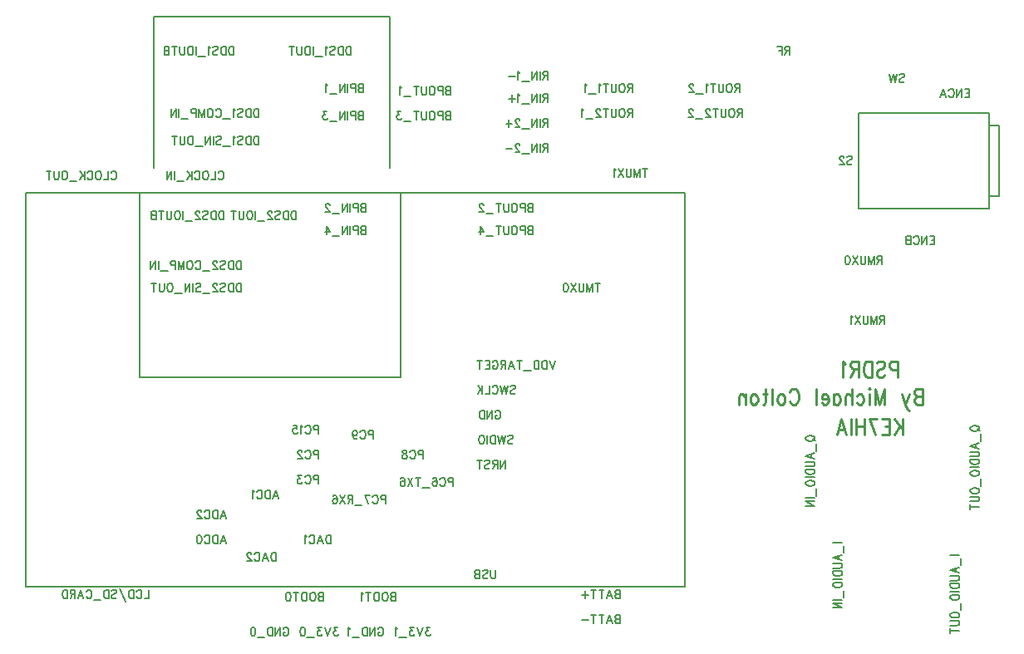
<source format=gbo>
*
*
G04 PADS9.1 Build Number: 384028 generated Gerber (RS-274-X) file*
G04 PC Version=2.1*
*
%IN "PSDR_00BB.pcb"*%
*
%MOIN*%
*
%FSLAX35Y35*%
*
*
*
*
G04 PC Standard Apertures*
*
*
G04 Thermal Relief Aperture macro.*
%AMTER*
1,1,$1,0,0*
1,0,$1-$2,0,0*
21,0,$3,$4,0,0,45*
21,0,$3,$4,0,0,135*
%
*
*
G04 Annular Aperture macro.*
%AMANN*
1,1,$1,0,0*
1,0,$2,0,0*
%
*
*
G04 Odd Aperture macro.*
%AMODD*
1,1,$1,0,0*
1,0,$1-0.005,0,0*
%
*
*
G04 PC Custom Aperture Macros*
*
*
*
*
*
*
G04 PC Aperture Table*
*
%ADD010C,0.01*%
%ADD012C,0.00787*%
%ADD042C,0.001*%
%ADD082C,0.006*%
*
*
*
*
G04 PC Circuitry*
G04 Layer Name PSDR_00BB.pcb - circuitry*
%LPD*%
*
*
G04 PC Custom Flashes*
G04 Layer Name PSDR_00BB.pcb - flashes*
%LPD*%
*
*
G04 PC Circuitry*
G04 Layer Name PSDR_00BB.pcb - circuitry*
%LPD*%
*
G54D10*
G01X457000Y213563D02*
Y207000D01*
Y213563D02*
X454955D01*
X454955D02*
X454273Y213250D01*
X454045Y212938*
X454045D02*
X453818Y212313D01*
X453818D02*
Y211375D01*
X454045Y210750*
X454273Y210438*
X454273D02*
X454955Y210125D01*
X457000*
X448591Y212625D02*
X449045Y213250D01*
X449727Y213563*
X449727D02*
X450636D01*
X450636D02*
X451318Y213250D01*
X451773Y212625*
Y212000*
X451545Y211375*
X451318Y211063*
X451318D02*
X450864Y210750D01*
X449500Y210125*
X449045Y209813*
X449045D02*
X448818Y209500D01*
X448591Y208875*
Y207938*
X448591D02*
X449045Y207313D01*
X449045D02*
X449727Y207000D01*
X450636*
X451318Y207313*
X451318D02*
X451773Y207938D01*
X446545Y213563D02*
Y207000D01*
Y213563D02*
X444955D01*
X444955D02*
X444273Y213250D01*
X443818Y212625*
X443591Y212000*
X443364Y211063*
X443364D02*
Y209500D01*
X443591Y208563*
X443591D02*
X443818Y207938D01*
X443818D02*
X444273Y207313D01*
X444273D02*
X444955Y207000D01*
X446545*
X441318Y213563D02*
Y207000D01*
Y213563D02*
X439273D01*
X439273D02*
X438591Y213250D01*
X438364Y212938*
X438364D02*
X438136Y212313D01*
X438136D02*
Y211688D01*
X438136D02*
X438364Y211063D01*
X438364D02*
X438591Y210750D01*
X439273Y210438*
X439273D02*
X441318D01*
X439727D02*
X438136Y207000D01*
X436091Y212313D02*
X435636Y212625D01*
X434955Y213563*
X434955D02*
Y207000D01*
X467000Y202563D02*
Y196000D01*
Y202563D02*
X464955D01*
X464955D02*
X464273Y202250D01*
X464045Y201938*
X464045D02*
X463818Y201313D01*
X463818D02*
Y200688D01*
X463818D02*
X464045Y200063D01*
X464045D02*
X464273Y199750D01*
X464955Y199438*
X467000D02*
X464955D01*
X464955D02*
X464273Y199125D01*
X464045Y198813*
X464045D02*
X463818Y198188D01*
X463818D02*
Y197250D01*
X464045Y196625*
X464273Y196313*
X464273D02*
X464955Y196000D01*
X467000*
X461545Y200375D02*
X460182Y196000D01*
X458818Y200375D02*
X460182Y196000D01*
X460636Y194750*
X461091Y194125*
X461545Y193812*
X461545D02*
X461773D01*
X451545Y202563D02*
Y196000D01*
Y202563D02*
X449727Y196000D01*
X447909Y202563D02*
X449727Y196000D01*
X447909Y202563D02*
Y196000D01*
X445864Y202563D02*
X445636Y202250D01*
X445409Y202563*
X445409D02*
X445636Y202875D01*
X445864Y202563*
X445636Y200375D02*
Y196000D01*
X440636Y199438D02*
X441091Y200063D01*
X441091D02*
X441545Y200375D01*
X442227*
X442682Y200063*
X442682D02*
X443136Y199438D01*
X443136D02*
X443364Y198500D01*
Y197875*
X443136Y196938*
X443136D02*
X442682Y196313D01*
X442682D02*
X442227Y196000D01*
X441545*
X441091Y196313*
X441091D02*
X440636Y196938D01*
X438591Y202563D02*
Y196000D01*
Y199125D02*
X437909Y200063D01*
X437909D02*
X437455Y200375D01*
X436773*
X436318Y200063*
X436318D02*
X436091Y199125D01*
Y196000*
X431318Y200375D02*
Y196000D01*
Y199438D02*
X431773Y200063D01*
X431773D02*
X432227Y200375D01*
X432909*
X433364Y200063*
X433364D02*
X433818Y199438D01*
X433818D02*
X434045Y198500D01*
Y197875*
X433818Y196938*
X433818D02*
X433364Y196313D01*
X433364D02*
X432909Y196000D01*
X432227*
X431773Y196313*
X431773D02*
X431318Y196938D01*
X429273Y198500D02*
X426545D01*
Y199125*
X426773Y199750*
X427000Y200063*
X427000D02*
X427455Y200375D01*
X428136*
X428591Y200063*
X428591D02*
X429045Y199438D01*
X429045D02*
X429273Y198500D01*
Y197875*
X429045Y196938*
X429045D02*
X428591Y196313D01*
X428591D02*
X428136Y196000D01*
X427455*
X427000Y196313*
X427000D02*
X426545Y196938D01*
X424500Y202563D02*
Y196000D01*
X413818Y201000D02*
X414045Y201625D01*
X414500Y202250*
X414955Y202563*
X414955D02*
X415864D01*
X415864D02*
X416318Y202250D01*
X416773Y201625*
X417000Y201000*
X417227Y200063*
X417227D02*
Y198500D01*
X417000Y197563*
X417000D02*
X416773Y196938D01*
X416773D02*
X416318Y196313D01*
X416318D02*
X415864Y196000D01*
X414955*
X414500Y196313*
X414500D02*
X414045Y196938D01*
X414045D02*
X413818Y197563D01*
X410636Y200375D02*
X411091Y200063D01*
X411091D02*
X411545Y199438D01*
X411545D02*
X411773Y198500D01*
Y197875*
X411545Y196938*
X411545D02*
X411091Y196313D01*
X411091D02*
X410636Y196000D01*
X409955*
X409500Y196313*
X409500D02*
X409045Y196938D01*
X409045D02*
X408818Y197875D01*
Y198500*
X409045Y199438*
X409045D02*
X409500Y200063D01*
X409500D02*
X409955Y200375D01*
X410636*
X406773Y202563D02*
Y196000D01*
X404045Y202563D02*
Y197250D01*
X403818Y196313*
X403818D02*
X403364Y196000D01*
X402909*
X404727Y200375D02*
X403136D01*
X399727D02*
X400182Y200063D01*
X400182D02*
X400636Y199438D01*
X400636D02*
X400864Y198500D01*
Y197875*
X400636Y196938*
X400636D02*
X400182Y196313D01*
X400182D02*
X399727Y196000D01*
X399045*
X398591Y196313*
X398591D02*
X398136Y196938D01*
X398136D02*
X397909Y197875D01*
Y198500*
X398136Y199438*
X398136D02*
X398591Y200063D01*
X398591D02*
X399045Y200375D01*
X399727*
X395864D02*
Y196000D01*
Y199125D02*
X395182Y200063D01*
X395182D02*
X394727Y200375D01*
X394045*
X393591Y200063*
X393591D02*
X393364Y199125D01*
Y196000*
X459000Y190563D02*
Y184000D01*
X455818Y190563D02*
X459000Y186188D01*
X457864Y187750D02*
X455818Y184000D01*
X453773Y190563D02*
Y184000D01*
Y190563D02*
X450818D01*
X453773Y187438D02*
X451955D01*
X453773Y184000D02*
X450818D01*
X445591Y190563D02*
X447864Y184000D01*
X448773Y190563D02*
X445591D01*
X443545D02*
Y184000D01*
X440364Y190563D02*
Y184000D01*
X443545Y187438D02*
X440364D01*
X438318Y190563D02*
Y184000D01*
X434455Y190563D02*
X436273Y184000D01*
X434455Y190563D02*
X432636Y184000D01*
X435591Y186188D02*
X433318D01*
G54D12*
X371768Y280974D02*
Y123100D01*
X107201*
Y280974*
X371768*
X152870D02*
Y206958D01*
X257594*
Y280974*
X158776Y290974D02*
Y351840D01*
X253264*
Y290974*
X441323Y274906D02*
X493685D01*
Y313094*
X441323*
Y274906*
X493685Y279827D02*
X497622D01*
Y308173*
X493685*
G54D42*
G54D82*
X184655Y289000D02*
X184791Y289338D01*
X184791D02*
X185064Y289675D01*
X185336Y289844*
X185882*
X186155Y289675*
X186427Y289338*
X186427D02*
X186564Y289000D01*
X186700Y288494*
Y287650*
X186564Y287144*
X186427Y286806*
X186155Y286469*
X185882Y286300*
X185336*
X185064Y286469*
X184791Y286806*
X184655Y287144*
X183427Y289844D02*
Y286300D01*
X181791*
X179745Y289844D02*
X180018Y289675D01*
X180291Y289338*
X180291D02*
X180427Y289000D01*
X180564Y288494*
Y287650*
X180427Y287144*
X180291Y286806*
X180018Y286469*
X179745Y286300*
X179200*
X178927Y286469*
X178655Y286806*
X178518Y287144*
X178382Y287650*
Y288494*
X178518Y289000*
X178655Y289338*
X178655D02*
X178927Y289675D01*
X179200Y289844*
X179745*
X175109Y289000D02*
X175245Y289338D01*
X175245D02*
X175518Y289675D01*
X175791Y289844*
X176336*
X176609Y289675*
X176882Y289338*
X176882D02*
X177018Y289000D01*
X177155Y288494*
Y287650*
X177018Y287144*
X176882Y286806*
X176609Y286469*
X176336Y286300*
X175791*
X175518Y286469*
X175245Y286806*
X175109Y287144*
X173882Y289844D02*
Y286300D01*
X171973Y289844D02*
X173882Y287481D01*
X173200Y288325D02*
X171973Y286300D01*
X170745Y285625D02*
X167882D01*
X167064Y289844D02*
Y286300D01*
X165836Y289844D02*
Y286300D01*
Y289844D02*
X163927Y286300D01*
Y289844D02*
Y286300D01*
X141655Y289000D02*
X141791Y289338D01*
X141791D02*
X142064Y289675D01*
X142336Y289844*
X142882*
X143155Y289675*
X143427Y289338*
X143427D02*
X143564Y289000D01*
X143700Y288494*
Y287650*
X143564Y287144*
X143427Y286806*
X143155Y286469*
X142882Y286300*
X142336*
X142064Y286469*
X141791Y286806*
X141655Y287144*
X140427Y289844D02*
Y286300D01*
X138791*
X136745Y289844D02*
X137018Y289675D01*
X137291Y289338*
X137291D02*
X137427Y289000D01*
X137564Y288494*
Y287650*
X137427Y287144*
X137291Y286806*
X137018Y286469*
X136745Y286300*
X136200*
X135927Y286469*
X135655Y286806*
X135518Y287144*
X135382Y287650*
Y288494*
X135518Y289000*
X135655Y289338*
X135655D02*
X135927Y289675D01*
X136200Y289844*
X136745*
X132109Y289000D02*
X132245Y289338D01*
X132245D02*
X132518Y289675D01*
X132791Y289844*
X133336*
X133609Y289675*
X133882Y289338*
X133882D02*
X134018Y289000D01*
X134155Y288494*
Y287650*
X134018Y287144*
X133882Y286806*
X133609Y286469*
X133336Y286300*
X132791*
X132518Y286469*
X132245Y286806*
X132109Y287144*
X130882Y289844D02*
Y286300D01*
X128973Y289844D02*
X130882Y287481D01*
X130200Y288325D02*
X128973Y286300D01*
X127745Y285625D02*
X124882D01*
X123245Y289844D02*
X123518Y289675D01*
X123791Y289338*
X123791D02*
X123927Y289000D01*
X124064Y288494*
Y287650*
X123927Y287144*
X123791Y286806*
X123518Y286469*
X123245Y286300*
X122700*
X122427Y286469*
X122155Y286806*
X122018Y287144*
X121882Y287650*
Y288494*
X122018Y289000*
X122155Y289338*
X122155D02*
X122427Y289675D01*
X122700Y289844*
X123245*
X120655D02*
Y287313D01*
X120655D02*
X120518Y286806D01*
X120245Y286469*
X119836Y286300*
X119564*
X119155Y286469*
X118882Y286806*
X118745Y287313*
X118745D02*
Y289844D01*
X116564D02*
Y286300D01*
X117518Y289844D02*
X115609D01*
X200700Y314844D02*
Y311300D01*
Y314844D02*
X199745D01*
X199336Y314675*
X199064Y314338*
X199064D02*
X198927Y314000D01*
X198791Y313494*
Y312650*
X198927Y312144*
X199064Y311806*
X199336Y311469*
X199745Y311300*
X200700*
X197564Y314844D02*
Y311300D01*
Y314844D02*
X196609D01*
X196200Y314675*
X195927Y314338*
X195927D02*
X195791Y314000D01*
X195655Y313494*
Y312650*
X195791Y312144*
X195927Y311806*
X196200Y311469*
X196609Y311300*
X197564*
X192518Y314338D02*
X192791Y314675D01*
X193200Y314844*
X193745*
X194155Y314675*
X194427Y314338*
X194427D02*
Y314000D01*
X194291Y313663*
X194291D02*
X194155Y313494D01*
X193882Y313325*
X193064Y312988*
X193064D02*
X192791Y312819D01*
X192655Y312650*
X192518Y312313*
X192518D02*
Y311806D01*
X192791Y311469*
X193200Y311300*
X193745*
X194155Y311469*
X194427Y311806*
X191291Y314169D02*
X191018Y314338D01*
X191018D02*
X190609Y314844D01*
Y311300*
X189382Y310625D02*
X186518D01*
X183655Y314000D02*
X183791Y314338D01*
X183791D02*
X184064Y314675D01*
X184336Y314844*
X184882*
X185155Y314675*
X185427Y314338*
X185427D02*
X185564Y314000D01*
X185700Y313494*
Y312650*
X185564Y312144*
X185427Y311806*
X185155Y311469*
X184882Y311300*
X184336*
X184064Y311469*
X183791Y311806*
X183655Y312144*
X181609Y314844D02*
X181882Y314675D01*
X182155Y314338*
X182155D02*
X182291Y314000D01*
X182427Y313494*
Y312650*
X182291Y312144*
X182155Y311806*
X181882Y311469*
X181609Y311300*
X181064*
X180791Y311469*
X180518Y311806*
X180382Y312144*
X180245Y312650*
Y313494*
X180382Y314000*
X180518Y314338*
X180518D02*
X180791Y314675D01*
X181064Y314844*
X181609*
X179018D02*
Y311300D01*
Y314844D02*
X177927Y311300D01*
X176836Y314844D02*
X177927Y311300D01*
X176836Y314844D02*
Y311300D01*
X175609Y314844D02*
Y311300D01*
Y314844D02*
X174382D01*
X173973Y314675*
X173836Y314506*
X173700Y314169*
Y313663*
X173700D02*
X173836Y313325D01*
X173973Y313156*
X174382Y312988*
X174382D02*
X175609D01*
X172473Y310625D02*
X169609D01*
X168791Y314844D02*
Y311300D01*
X167564Y314844D02*
Y311300D01*
Y314844D02*
X165655Y311300D01*
Y314844D02*
Y311300D01*
X237700Y339844D02*
Y336300D01*
Y339844D02*
X236745D01*
X236336Y339675*
X236064Y339338*
X236064D02*
X235927Y339000D01*
X235791Y338494*
Y337650*
X235927Y337144*
X236064Y336806*
X236336Y336469*
X236745Y336300*
X237700*
X234564Y339844D02*
Y336300D01*
Y339844D02*
X233609D01*
X233200Y339675*
X232927Y339338*
X232927D02*
X232791Y339000D01*
X232655Y338494*
Y337650*
X232791Y337144*
X232927Y336806*
X233200Y336469*
X233609Y336300*
X234564*
X229518Y339338D02*
X229791Y339675D01*
X230200Y339844*
X230745*
X231155Y339675*
X231427Y339338*
X231427D02*
Y339000D01*
X231291Y338663*
X231291D02*
X231155Y338494D01*
X230882Y338325*
X230064Y337988*
X230064D02*
X229791Y337819D01*
X229655Y337650*
X229518Y337313*
X229518D02*
Y336806D01*
X229791Y336469*
X230200Y336300*
X230745*
X231155Y336469*
X231427Y336806*
X228291Y339169D02*
X228018Y339338D01*
X228018D02*
X227609Y339844D01*
Y336300*
X226382Y335625D02*
X223518D01*
X222700Y339844D02*
Y336300D01*
X220655Y339844D02*
X220927Y339675D01*
X221200Y339338*
X221200D02*
X221336Y339000D01*
X221473Y338494*
Y337650*
X221336Y337144*
X221200Y336806*
X220927Y336469*
X220655Y336300*
X220109*
X219836Y336469*
X219564Y336806*
X219427Y337144*
X219291Y337650*
Y338494*
X219427Y339000*
X219564Y339338*
X219564D02*
X219836Y339675D01*
X220109Y339844*
X220655*
X218064D02*
Y337313D01*
X218064D02*
X217927Y336806D01*
X217655Y336469*
X217245Y336300*
X216973*
X216564Y336469*
X216291Y336806*
X216155Y337313*
X216155D02*
Y339844D01*
X213973D02*
Y336300D01*
X214927Y339844D02*
X213018D01*
X190700D02*
Y336300D01*
Y339844D02*
X189745D01*
X189336Y339675*
X189064Y339338*
X189064D02*
X188927Y339000D01*
X188791Y338494*
Y337650*
X188927Y337144*
X189064Y336806*
X189336Y336469*
X189745Y336300*
X190700*
X187564Y339844D02*
Y336300D01*
Y339844D02*
X186609D01*
X186200Y339675*
X185927Y339338*
X185927D02*
X185791Y339000D01*
X185655Y338494*
Y337650*
X185791Y337144*
X185927Y336806*
X186200Y336469*
X186609Y336300*
X187564*
X182518Y339338D02*
X182791Y339675D01*
X183200Y339844*
X183745*
X184155Y339675*
X184427Y339338*
X184427D02*
Y339000D01*
X184291Y338663*
X184291D02*
X184155Y338494D01*
X183882Y338325*
X183064Y337988*
X183064D02*
X182791Y337819D01*
X182655Y337650*
X182518Y337313*
X182518D02*
Y336806D01*
X182791Y336469*
X183200Y336300*
X183745*
X184155Y336469*
X184427Y336806*
X181291Y339169D02*
X181018Y339338D01*
X181018D02*
X180609Y339844D01*
Y336300*
X179382Y335625D02*
X176518D01*
X175700Y339844D02*
Y336300D01*
X173655Y339844D02*
X173927Y339675D01*
X174200Y339338*
X174200D02*
X174336Y339000D01*
X174473Y338494*
Y337650*
X174336Y337144*
X174200Y336806*
X173927Y336469*
X173655Y336300*
X173109*
X172836Y336469*
X172564Y336806*
X172427Y337144*
X172291Y337650*
Y338494*
X172427Y339000*
X172564Y339338*
X172564D02*
X172836Y339675D01*
X173109Y339844*
X173655*
X171064D02*
Y337313D01*
X171064D02*
X170927Y336806D01*
X170655Y336469*
X170245Y336300*
X169973*
X169564Y336469*
X169291Y336806*
X169155Y337313*
X169155D02*
Y339844D01*
X166973D02*
Y336300D01*
X167927Y339844D02*
X166018D01*
X164791D02*
Y336300D01*
Y339844D02*
X163564D01*
X163155Y339675*
X163018Y339506*
X162882Y339169*
Y338831*
X163018Y338494*
X163155Y338325*
X163564Y338156*
X164791D02*
X163564D01*
X163155Y337988*
X163155D02*
X163018Y337819D01*
X162882Y337481*
Y336975*
X163018Y336638*
X163018D02*
X163155Y336469D01*
X163564Y336300*
X164791*
X200700Y303844D02*
Y300300D01*
Y303844D02*
X199745D01*
X199336Y303675*
X199064Y303338*
X199064D02*
X198927Y303000D01*
X198791Y302494*
Y301650*
X198927Y301144*
X199064Y300806*
X199336Y300469*
X199745Y300300*
X200700*
X197564Y303844D02*
Y300300D01*
Y303844D02*
X196609D01*
X196200Y303675*
X195927Y303338*
X195927D02*
X195791Y303000D01*
X195655Y302494*
Y301650*
X195791Y301144*
X195927Y300806*
X196200Y300469*
X196609Y300300*
X197564*
X192518Y303338D02*
X192791Y303675D01*
X193200Y303844*
X193745*
X194155Y303675*
X194427Y303338*
X194427D02*
Y303000D01*
X194291Y302663*
X194291D02*
X194155Y302494D01*
X193882Y302325*
X193064Y301988*
X193064D02*
X192791Y301819D01*
X192655Y301650*
X192518Y301313*
X192518D02*
Y300806D01*
X192791Y300469*
X193200Y300300*
X193745*
X194155Y300469*
X194427Y300806*
X191291Y303169D02*
X191018Y303338D01*
X191018D02*
X190609Y303844D01*
Y300300*
X189382Y299625D02*
X186518D01*
X183791Y303338D02*
X184064Y303675D01*
X184473Y303844*
X185018*
X185427Y303675*
X185700Y303338*
X185700D02*
Y303000D01*
X185564Y302663*
X185564D02*
X185427Y302494D01*
X185155Y302325*
X184336Y301988*
X184336D02*
X184064Y301819D01*
X183927Y301650*
X183791Y301313*
X183791D02*
Y300806D01*
X184064Y300469*
X184473Y300300*
X185018*
X185427Y300469*
X185700Y300806*
X182564Y303844D02*
Y300300D01*
X181336Y303844D02*
Y300300D01*
Y303844D02*
X179427Y300300D01*
Y303844D02*
Y300300D01*
X178200Y299625D02*
X175336D01*
X173700Y303844D02*
X173973Y303675D01*
X174245Y303338*
X174245D02*
X174382Y303000D01*
X174518Y302494*
Y301650*
X174382Y301144*
X174245Y300806*
X173973Y300469*
X173700Y300300*
X173155*
X172882Y300469*
X172609Y300806*
X172473Y301144*
X172336Y301650*
Y302494*
X172473Y303000*
X172609Y303338*
X172609D02*
X172882Y303675D01*
X173155Y303844*
X173700*
X171109D02*
Y301313D01*
X171109D02*
X170973Y300806D01*
X170700Y300469*
X170291Y300300*
X170018*
X169609Y300469*
X169336Y300806*
X169200Y301313*
X169200D02*
Y303844D01*
X167018D02*
Y300300D01*
X167973Y303844D02*
X166064D01*
X193700Y253844D02*
Y250300D01*
Y253844D02*
X192745D01*
X192336Y253675*
X192064Y253338*
X192064D02*
X191927Y253000D01*
X191791Y252494*
Y251650*
X191927Y251144*
X192064Y250806*
X192336Y250469*
X192745Y250300*
X193700*
X190564Y253844D02*
Y250300D01*
Y253844D02*
X189609D01*
X189200Y253675*
X188927Y253338*
X188927D02*
X188791Y253000D01*
X188655Y252494*
Y251650*
X188791Y251144*
X188927Y250806*
X189200Y250469*
X189609Y250300*
X190564*
X185518Y253338D02*
X185791Y253675D01*
X186200Y253844*
X186745*
X187155Y253675*
X187427Y253338*
X187427D02*
Y253000D01*
X187291Y252663*
X187291D02*
X187155Y252494D01*
X186882Y252325*
X186064Y251988*
X186064D02*
X185791Y251819D01*
X185655Y251650*
X185518Y251313*
X185518D02*
Y250806D01*
X185791Y250469*
X186200Y250300*
X186745*
X187155Y250469*
X187427Y250806*
X184155Y253000D02*
Y253169D01*
X184018Y253506*
X183882Y253675*
X183609Y253844*
X183064*
X182791Y253675*
X182655Y253506*
X182518Y253169*
Y252831*
X182655Y252494*
X182927Y251988*
X182927D02*
X184291Y250300D01*
X182382*
X181155Y249625D02*
X178291D01*
X175427Y253000D02*
X175564Y253338D01*
X175564D02*
X175836Y253675D01*
X176109Y253844*
X176655*
X176927Y253675*
X177200Y253338*
X177200D02*
X177336Y253000D01*
X177473Y252494*
Y251650*
X177336Y251144*
X177200Y250806*
X176927Y250469*
X176655Y250300*
X176109*
X175836Y250469*
X175564Y250806*
X175427Y251144*
X173382Y253844D02*
X173655Y253675D01*
X173927Y253338*
X173927D02*
X174064Y253000D01*
X174200Y252494*
Y251650*
X174064Y251144*
X173927Y250806*
X173655Y250469*
X173382Y250300*
X172836*
X172564Y250469*
X172291Y250806*
X172155Y251144*
X172018Y251650*
Y252494*
X172155Y253000*
X172291Y253338*
X172291D02*
X172564Y253675D01*
X172836Y253844*
X173382*
X170791D02*
Y250300D01*
Y253844D02*
X169700Y250300D01*
X168609Y253844D02*
X169700Y250300D01*
X168609Y253844D02*
Y250300D01*
X167382Y253844D02*
Y250300D01*
Y253844D02*
X166155D01*
X165745Y253675*
X165609Y253506*
X165473Y253169*
Y252663*
X165473D02*
X165609Y252325D01*
X165745Y252156*
X166155Y251988*
X166155D02*
X167382D01*
X164245Y249625D02*
X161382D01*
X160564Y253844D02*
Y250300D01*
X159336Y253844D02*
Y250300D01*
Y253844D02*
X157427Y250300D01*
Y253844D02*
Y250300D01*
X215700Y273844D02*
Y270300D01*
Y273844D02*
X214745D01*
X214336Y273675*
X214064Y273338*
X214064D02*
X213927Y273000D01*
X213791Y272494*
Y271650*
X213927Y271144*
X214064Y270806*
X214336Y270469*
X214745Y270300*
X215700*
X212564Y273844D02*
Y270300D01*
Y273844D02*
X211609D01*
X211200Y273675*
X210927Y273338*
X210927D02*
X210791Y273000D01*
X210655Y272494*
Y271650*
X210791Y271144*
X210927Y270806*
X211200Y270469*
X211609Y270300*
X212564*
X207518Y273338D02*
X207791Y273675D01*
X208200Y273844*
X208745*
X209155Y273675*
X209427Y273338*
X209427D02*
Y273000D01*
X209291Y272663*
X209291D02*
X209155Y272494D01*
X208882Y272325*
X208064Y271988*
X208064D02*
X207791Y271819D01*
X207655Y271650*
X207518Y271313*
X207518D02*
Y270806D01*
X207791Y270469*
X208200Y270300*
X208745*
X209155Y270469*
X209427Y270806*
X206155Y273000D02*
Y273169D01*
X206018Y273506*
X205882Y273675*
X205609Y273844*
X205064*
X204791Y273675*
X204655Y273506*
X204518Y273169*
Y272831*
X204655Y272494*
X204927Y271988*
X204927D02*
X206291Y270300D01*
X204382*
X203155Y269625D02*
X200291D01*
X199473Y273844D02*
Y270300D01*
X197427Y273844D02*
X197700Y273675D01*
X197973Y273338*
X197973D02*
X198109Y273000D01*
X198245Y272494*
Y271650*
X198109Y271144*
X197973Y270806*
X197700Y270469*
X197427Y270300*
X196882*
X196609Y270469*
X196336Y270806*
X196200Y271144*
X196064Y271650*
Y272494*
X196200Y273000*
X196336Y273338*
X196336D02*
X196609Y273675D01*
X196882Y273844*
X197427*
X194836D02*
Y271313D01*
X194836D02*
X194700Y270806D01*
X194427Y270469*
X194018Y270300*
X193745*
X193336Y270469*
X193064Y270806*
X192927Y271313*
X192927D02*
Y273844D01*
X190745D02*
Y270300D01*
X191700Y273844D02*
X189791D01*
X186700D02*
Y270300D01*
Y273844D02*
X185745D01*
X185336Y273675*
X185064Y273338*
X185064D02*
X184927Y273000D01*
X184791Y272494*
Y271650*
X184927Y271144*
X185064Y270806*
X185336Y270469*
X185745Y270300*
X186700*
X183564Y273844D02*
Y270300D01*
Y273844D02*
X182609D01*
X182200Y273675*
X181927Y273338*
X181927D02*
X181791Y273000D01*
X181655Y272494*
Y271650*
X181791Y271144*
X181927Y270806*
X182200Y270469*
X182609Y270300*
X183564*
X178518Y273338D02*
X178791Y273675D01*
X179200Y273844*
X179745*
X180155Y273675*
X180427Y273338*
X180427D02*
Y273000D01*
X180291Y272663*
X180291D02*
X180155Y272494D01*
X179882Y272325*
X179064Y271988*
X179064D02*
X178791Y271819D01*
X178655Y271650*
X178518Y271313*
X178518D02*
Y270806D01*
X178791Y270469*
X179200Y270300*
X179745*
X180155Y270469*
X180427Y270806*
X177155Y273000D02*
Y273169D01*
X177018Y273506*
X176882Y273675*
X176609Y273844*
X176064*
X175791Y273675*
X175655Y273506*
X175518Y273169*
Y272831*
X175655Y272494*
X175927Y271988*
X175927D02*
X177291Y270300D01*
X175382*
X174155Y269625D02*
X171291D01*
X170473Y273844D02*
Y270300D01*
X168427Y273844D02*
X168700Y273675D01*
X168973Y273338*
X168973D02*
X169109Y273000D01*
X169245Y272494*
Y271650*
X169109Y271144*
X168973Y270806*
X168700Y270469*
X168427Y270300*
X167882*
X167609Y270469*
X167336Y270806*
X167200Y271144*
X167064Y271650*
Y272494*
X167200Y273000*
X167336Y273338*
X167336D02*
X167609Y273675D01*
X167882Y273844*
X168427*
X165836D02*
Y271313D01*
X165836D02*
X165700Y270806D01*
X165427Y270469*
X165018Y270300*
X164745*
X164336Y270469*
X164064Y270806*
X163927Y271313*
X163927D02*
Y273844D01*
X161745D02*
Y270300D01*
X162700Y273844D02*
X160791D01*
X159564D02*
Y270300D01*
Y273844D02*
X158336D01*
X157927Y273675*
X157791Y273506*
X157655Y273169*
Y272831*
X157791Y272494*
X157927Y272325*
X158336Y272156*
X159564D02*
X158336D01*
X157927Y271988*
X157927D02*
X157791Y271819D01*
X157655Y271481*
Y270975*
X157791Y270638*
X157791D02*
X157927Y270469D01*
X158336Y270300*
X159564*
X193700Y244844D02*
Y241300D01*
Y244844D02*
X192745D01*
X192336Y244675*
X192064Y244338*
X192064D02*
X191927Y244000D01*
X191791Y243494*
Y242650*
X191927Y242144*
X192064Y241806*
X192336Y241469*
X192745Y241300*
X193700*
X190564Y244844D02*
Y241300D01*
Y244844D02*
X189609D01*
X189200Y244675*
X188927Y244338*
X188927D02*
X188791Y244000D01*
X188655Y243494*
Y242650*
X188791Y242144*
X188927Y241806*
X189200Y241469*
X189609Y241300*
X190564*
X185518Y244338D02*
X185791Y244675D01*
X186200Y244844*
X186745*
X187155Y244675*
X187427Y244338*
X187427D02*
Y244000D01*
X187291Y243663*
X187291D02*
X187155Y243494D01*
X186882Y243325*
X186064Y242988*
X186064D02*
X185791Y242819D01*
X185655Y242650*
X185518Y242313*
X185518D02*
Y241806D01*
X185791Y241469*
X186200Y241300*
X186745*
X187155Y241469*
X187427Y241806*
X184155Y244000D02*
Y244169D01*
X184018Y244506*
X183882Y244675*
X183609Y244844*
X183064*
X182791Y244675*
X182655Y244506*
X182518Y244169*
Y243831*
X182655Y243494*
X182927Y242988*
X182927D02*
X184291Y241300D01*
X182382*
X181155Y240625D02*
X178291D01*
X175564Y244338D02*
X175836Y244675D01*
X176245Y244844*
X176791*
X177200Y244675*
X177473Y244338*
X177473D02*
Y244000D01*
X177336Y243663*
X177336D02*
X177200Y243494D01*
X176927Y243325*
X176109Y242988*
X176109D02*
X175836Y242819D01*
X175700Y242650*
X175564Y242313*
X175564D02*
Y241806D01*
X175836Y241469*
X176245Y241300*
X176791*
X177200Y241469*
X177473Y241806*
X174336Y244844D02*
Y241300D01*
X173109Y244844D02*
Y241300D01*
Y244844D02*
X171200Y241300D01*
Y244844D02*
Y241300D01*
X169973Y240625D02*
X167109D01*
X165473Y244844D02*
X165745Y244675D01*
X166018Y244338*
X166018D02*
X166155Y244000D01*
X166291Y243494*
Y242650*
X166155Y242144*
X166018Y241806*
X165745Y241469*
X165473Y241300*
X164927*
X164655Y241469*
X164382Y241806*
X164245Y242144*
X164109Y242650*
Y243494*
X164245Y244000*
X164382Y244338*
X164382D02*
X164655Y244675D01*
X164927Y244844*
X165473*
X162882D02*
Y242313D01*
X162882D02*
X162745Y241806D01*
X162473Y241469*
X162064Y241300*
X161791*
X161382Y241469*
X161109Y241806*
X160973Y242313*
X160973D02*
Y244844D01*
X158791D02*
Y241300D01*
X159745Y244844D02*
X157836D01*
X486156Y186882D02*
X486325Y187155D01*
X486662Y187427*
X486662D02*
X487000Y187564D01*
X487506Y187700*
X488350*
X488856Y187564*
X489194Y187427*
X489531Y187155*
X489700Y186882*
Y186336*
X489531Y186064*
X489194Y185791*
X488856Y185655*
X488350Y185518*
X487506*
X487000Y185655*
X486662Y185791*
X486662D02*
X486325Y186064D01*
X486156Y186336*
Y186882*
X489025Y186473D02*
X490038Y185655D01*
X490375Y184291D02*
Y181427D01*
X486156Y179518D02*
X489700Y180609D01*
X486156Y179518D02*
X489700Y178427D01*
X488519Y180200D02*
Y178836D01*
X486156Y177200D02*
X488687D01*
X488687D02*
X489194Y177064D01*
X489531Y176791*
X489700Y176382*
Y176109*
X489531Y175700*
X489194Y175427*
X488687Y175291*
X488687D02*
X486156D01*
Y174064D02*
X489700D01*
X486156D02*
Y173109D01*
X486325Y172700*
X486662Y172427*
X486662D02*
X487000Y172291D01*
X487506Y172155*
X488350*
X488856Y172291*
X489194Y172427*
X489531Y172700*
X489700Y173109*
Y174064*
X486156Y170927D02*
X489700D01*
X486156Y168882D02*
X486325Y169155D01*
X486662Y169427*
X486662D02*
X487000Y169564D01*
X487506Y169700*
X488350*
X488856Y169564*
X489194Y169427*
X489531Y169155*
X489700Y168882*
Y168336*
X489531Y168064*
X489194Y167791*
X488856Y167655*
X488350Y167518*
X487506*
X487000Y167655*
X486662Y167791*
X486662D02*
X486325Y168064D01*
X486156Y168336*
Y168882*
X490375Y166291D02*
Y163427D01*
X486156Y161791D02*
X486325Y162064D01*
X486662Y162336*
X486662D02*
X487000Y162473D01*
X487506Y162609*
X488350*
X488856Y162473*
X489194Y162336*
X489531Y162064*
X489700Y161791*
Y161245*
X489531Y160973*
X489194Y160700*
X488856Y160564*
X488350Y160427*
X487506*
X487000Y160564*
X486662Y160700*
X486662D02*
X486325Y160973D01*
X486156Y161245*
Y161791*
Y159200D02*
X488687D01*
X488687D02*
X489194Y159064D01*
X489531Y158791*
X489700Y158382*
Y158109*
X489531Y157700*
X489194Y157427*
X488687Y157291*
X488687D02*
X486156D01*
Y155109D02*
X489700D01*
X486156Y156064D02*
Y154155D01*
X478156Y135700D02*
X481700D01*
X482375Y134473D02*
Y131609D01*
X478156Y129700D02*
X481700Y130791D01*
X478156Y129700D02*
X481700Y128609D01*
X480519Y130382D02*
Y129018D01*
X478156Y127382D02*
X480687D01*
X480687D02*
X481194Y127245D01*
X481531Y126973*
X481700Y126564*
Y126291*
X481531Y125882*
X481194Y125609*
X480687Y125473*
X480687D02*
X478156D01*
Y124245D02*
X481700D01*
X478156D02*
Y123291D01*
X478325Y122882*
X478662Y122609*
X478662D02*
X479000Y122473D01*
X479506Y122336*
X480350*
X480856Y122473*
X481194Y122609*
X481531Y122882*
X481700Y123291*
Y124245*
X478156Y121109D02*
X481700D01*
X478156Y119064D02*
X478325Y119336D01*
X478662Y119609*
X478662D02*
X479000Y119745D01*
X479506Y119882*
X480350*
X480856Y119745*
X481194Y119609*
X481531Y119336*
X481700Y119064*
Y118518*
X481531Y118245*
X481194Y117973*
X480856Y117836*
X480350Y117700*
X479506*
X479000Y117836*
X478662Y117973*
X478662D02*
X478325Y118245D01*
X478156Y118518*
Y119064*
X482375Y116473D02*
Y113609D01*
X478156Y111973D02*
X478325Y112245D01*
X478662Y112518*
X478662D02*
X479000Y112655D01*
X479506Y112791*
X480350*
X480856Y112655*
X481194Y112518*
X481531Y112245*
X481700Y111973*
Y111427*
X481531Y111155*
X481194Y110882*
X480856Y110745*
X480350Y110609*
X479506*
X479000Y110745*
X478662Y110882*
X478662D02*
X478325Y111155D01*
X478156Y111427*
Y111973*
Y109382D02*
X480687D01*
X480687D02*
X481194Y109245D01*
X481531Y108973*
X481700Y108564*
Y108291*
X481531Y107882*
X481194Y107609*
X480687Y107473*
X480687D02*
X478156D01*
Y105291D02*
X481700D01*
X478156Y106245D02*
Y104336D01*
X277700Y313844D02*
Y310300D01*
Y313844D02*
X276473D01*
X276064Y313675*
X275927Y313506*
X275791Y313169*
Y312831*
X275927Y312494*
X276064Y312325*
X276473Y312156*
X277700D02*
X276473D01*
X276064Y311988*
X276064D02*
X275927Y311819D01*
X275791Y311481*
Y310975*
X275927Y310638*
X275927D02*
X276064Y310469D01*
X276473Y310300*
X277700*
X274564Y313844D02*
Y310300D01*
Y313844D02*
X273336D01*
X272927Y313675*
X272791Y313506*
X272655Y313169*
Y312663*
X272655D02*
X272791Y312325D01*
X272927Y312156*
X273336Y311988*
X273336D02*
X274564D01*
X270609Y313844D02*
X270882Y313675D01*
X271155Y313338*
X271155D02*
X271291Y313000D01*
X271427Y312494*
Y311650*
X271291Y311144*
X271155Y310806*
X270882Y310469*
X270609Y310300*
X270064*
X269791Y310469*
X269518Y310806*
X269382Y311144*
X269245Y311650*
Y312494*
X269382Y313000*
X269518Y313338*
X269518D02*
X269791Y313675D01*
X270064Y313844*
X270609*
X268018D02*
Y311313D01*
X268018D02*
X267882Y310806D01*
X267609Y310469*
X267200Y310300*
X266927*
X266518Y310469*
X266245Y310806*
X266109Y311313*
X266109D02*
Y313844D01*
X263927D02*
Y310300D01*
X264882Y313844D02*
X262973D01*
X261745Y309625D02*
X258882D01*
X257791Y313844D02*
X256291D01*
X257109Y312494*
X256700*
X256427Y312325*
X256291Y312156*
X256155Y311650*
Y311313*
X256155D02*
X256291Y310806D01*
X256564Y310469*
X256973Y310300*
X257382*
X257791Y310469*
X257927Y310638*
X257927D02*
X258064Y310975D01*
X316700Y300844D02*
Y297300D01*
Y300844D02*
X315473D01*
X315064Y300675*
X314927Y300506*
X314791Y300169*
Y299831*
X314927Y299494*
X315064Y299325*
X315473Y299156*
X316700*
X315745D02*
X314791Y297300D01*
X313564Y300844D02*
Y297300D01*
X312336Y300844D02*
Y297300D01*
Y300844D02*
X310427Y297300D01*
Y300844D02*
Y297300D01*
X309200Y296625D02*
X306336D01*
X305382Y300000D02*
Y300169D01*
X305245Y300506*
X305109Y300675*
X304836Y300844*
X304291*
X304018Y300675*
X303882Y300506*
X303745Y300169*
Y299831*
X303882Y299494*
X304155Y298988*
X304155D02*
X305518Y297300D01*
X303609*
X302382Y298819D02*
X299927D01*
X350700Y324844D02*
Y321300D01*
Y324844D02*
X349473D01*
X349064Y324675*
X348927Y324506*
X348791Y324169*
Y323831*
X348927Y323494*
X349064Y323325*
X349473Y323156*
X350700*
X349745D02*
X348791Y321300D01*
X346745Y324844D02*
X347018Y324675D01*
X347291Y324338*
X347291D02*
X347427Y324000D01*
X347564Y323494*
Y322650*
X347427Y322144*
X347291Y321806*
X347018Y321469*
X346745Y321300*
X346200*
X345927Y321469*
X345655Y321806*
X345518Y322144*
X345382Y322650*
Y323494*
X345518Y324000*
X345655Y324338*
X345655D02*
X345927Y324675D01*
X346200Y324844*
X346745*
X344155D02*
Y322313D01*
X344155D02*
X344018Y321806D01*
X343745Y321469*
X343336Y321300*
X343064*
X342655Y321469*
X342382Y321806*
X342245Y322313*
X342245D02*
Y324844D01*
X340064D02*
Y321300D01*
X341018Y324844D02*
X339109D01*
X337882Y324169D02*
X337609Y324338D01*
X337609D02*
X337200Y324844D01*
Y321300*
X335973Y320625D02*
X333109D01*
X332291Y324169D02*
X332018Y324338D01*
X332018D02*
X331609Y324844D01*
Y321300*
X350700Y314844D02*
Y311300D01*
Y314844D02*
X349473D01*
X349064Y314675*
X348927Y314506*
X348791Y314169*
Y313831*
X348927Y313494*
X349064Y313325*
X349473Y313156*
X350700*
X349745D02*
X348791Y311300D01*
X346745Y314844D02*
X347018Y314675D01*
X347291Y314338*
X347291D02*
X347427Y314000D01*
X347564Y313494*
Y312650*
X347427Y312144*
X347291Y311806*
X347018Y311469*
X346745Y311300*
X346200*
X345927Y311469*
X345655Y311806*
X345518Y312144*
X345382Y312650*
Y313494*
X345518Y314000*
X345655Y314338*
X345655D02*
X345927Y314675D01*
X346200Y314844*
X346745*
X344155D02*
Y312313D01*
X344155D02*
X344018Y311806D01*
X343745Y311469*
X343336Y311300*
X343064*
X342655Y311469*
X342382Y311806*
X342245Y312313*
X342245D02*
Y314844D01*
X340064D02*
Y311300D01*
X341018Y314844D02*
X339109D01*
X337745Y314000D02*
Y314169D01*
X337609Y314506*
X337473Y314675*
X337200Y314844*
X336655*
X336382Y314675*
X336245Y314506*
X336109Y314169*
Y313831*
X336245Y313494*
X336518Y312988*
X336518D02*
X337882Y311300D01*
X335973*
X334745Y310625D02*
X331882D01*
X331064Y314169D02*
X330791Y314338D01*
X330791D02*
X330382Y314844D01*
Y311300*
X242700Y313844D02*
Y310300D01*
Y313844D02*
X241473D01*
X241064Y313675*
X240927Y313506*
X240791Y313169*
Y312831*
X240927Y312494*
X241064Y312325*
X241473Y312156*
X242700D02*
X241473D01*
X241064Y311988*
X241064D02*
X240927Y311819D01*
X240791Y311481*
Y310975*
X240927Y310638*
X240927D02*
X241064Y310469D01*
X241473Y310300*
X242700*
X239564Y313844D02*
Y310300D01*
Y313844D02*
X238336D01*
X237927Y313675*
X237791Y313506*
X237655Y313169*
Y312663*
X237655D02*
X237791Y312325D01*
X237927Y312156*
X238336Y311988*
X238336D02*
X239564D01*
X236427Y313844D02*
Y310300D01*
X235200Y313844D02*
Y310300D01*
Y313844D02*
X233291Y310300D01*
Y313844D02*
Y310300D01*
X232064Y309625D02*
X229200D01*
X228109Y313844D02*
X226609D01*
X227427Y312494*
X227018*
X226745Y312325*
X226609Y312156*
X226473Y311650*
Y311313*
X226473D02*
X226609Y310806D01*
X226882Y310469*
X227291Y310300*
X227700*
X228109Y310469*
X228245Y310638*
X228245D02*
X228382Y310975D01*
X242700Y324844D02*
Y321300D01*
Y324844D02*
X241473D01*
X241064Y324675*
X240927Y324506*
X240791Y324169*
Y323831*
X240927Y323494*
X241064Y323325*
X241473Y323156*
X242700D02*
X241473D01*
X241064Y322988*
X241064D02*
X240927Y322819D01*
X240791Y322481*
Y321975*
X240927Y321638*
X240927D02*
X241064Y321469D01*
X241473Y321300*
X242700*
X239564Y324844D02*
Y321300D01*
Y324844D02*
X238336D01*
X237927Y324675*
X237791Y324506*
X237655Y324169*
Y323663*
X237655D02*
X237791Y323325D01*
X237927Y323156*
X238336Y322988*
X238336D02*
X239564D01*
X236427Y324844D02*
Y321300D01*
X235200Y324844D02*
Y321300D01*
Y324844D02*
X233291Y321300D01*
Y324844D02*
Y321300D01*
X232064Y320625D02*
X229200D01*
X228382Y324169D02*
X228109Y324338D01*
X228109D02*
X227700Y324844D01*
Y321300*
X277700Y323844D02*
Y320300D01*
Y323844D02*
X276473D01*
X276064Y323675*
X275927Y323506*
X275791Y323169*
Y322831*
X275927Y322494*
X276064Y322325*
X276473Y322156*
X277700D02*
X276473D01*
X276064Y321988*
X276064D02*
X275927Y321819D01*
X275791Y321481*
Y320975*
X275927Y320638*
X275927D02*
X276064Y320469D01*
X276473Y320300*
X277700*
X274564Y323844D02*
Y320300D01*
Y323844D02*
X273336D01*
X272927Y323675*
X272791Y323506*
X272655Y323169*
Y322663*
X272655D02*
X272791Y322325D01*
X272927Y322156*
X273336Y321988*
X273336D02*
X274564D01*
X270609Y323844D02*
X270882Y323675D01*
X271155Y323338*
X271155D02*
X271291Y323000D01*
X271427Y322494*
Y321650*
X271291Y321144*
X271155Y320806*
X270882Y320469*
X270609Y320300*
X270064*
X269791Y320469*
X269518Y320806*
X269382Y321144*
X269245Y321650*
Y322494*
X269382Y323000*
X269518Y323338*
X269518D02*
X269791Y323675D01*
X270064Y323844*
X270609*
X268018D02*
Y321313D01*
X268018D02*
X267882Y320806D01*
X267609Y320469*
X267200Y320300*
X266927*
X266518Y320469*
X266245Y320806*
X266109Y321313*
X266109D02*
Y323844D01*
X263927D02*
Y320300D01*
X264882Y323844D02*
X262973D01*
X261745Y319625D02*
X258882D01*
X258064Y323169D02*
X257791Y323338D01*
X257791D02*
X257382Y323844D01*
Y320300*
X316700Y329844D02*
Y326300D01*
Y329844D02*
X315473D01*
X315064Y329675*
X314927Y329506*
X314791Y329169*
Y328831*
X314927Y328494*
X315064Y328325*
X315473Y328156*
X316700*
X315745D02*
X314791Y326300D01*
X313564Y329844D02*
Y326300D01*
X312336Y329844D02*
Y326300D01*
Y329844D02*
X310427Y326300D01*
Y329844D02*
Y326300D01*
X309200Y325625D02*
X306336D01*
X305518Y329169D02*
X305245Y329338D01*
X305245D02*
X304836Y329844D01*
Y326300*
X303609Y327819D02*
X301155D01*
X316700Y320844D02*
Y317300D01*
Y320844D02*
X315473D01*
X315064Y320675*
X314927Y320506*
X314791Y320169*
Y319831*
X314927Y319494*
X315064Y319325*
X315473Y319156*
X316700*
X315745D02*
X314791Y317300D01*
X313564Y320844D02*
Y317300D01*
X312336Y320844D02*
Y317300D01*
Y320844D02*
X310427Y317300D01*
Y320844D02*
Y317300D01*
X309200Y316625D02*
X306336D01*
X305518Y320169D02*
X305245Y320338D01*
X305245D02*
X304836Y320844D01*
Y317300*
X302382Y320338D02*
Y317300D01*
X303609Y318819D02*
X301155D01*
X316700Y310844D02*
Y307300D01*
Y310844D02*
X315473D01*
X315064Y310675*
X314927Y310506*
X314791Y310169*
Y309831*
X314927Y309494*
X315064Y309325*
X315473Y309156*
X316700*
X315745D02*
X314791Y307300D01*
X313564Y310844D02*
Y307300D01*
X312336Y310844D02*
Y307300D01*
Y310844D02*
X310427Y307300D01*
Y310844D02*
Y307300D01*
X309200Y306625D02*
X306336D01*
X305382Y310000D02*
Y310169D01*
X305245Y310506*
X305109Y310675*
X304836Y310844*
X304291*
X304018Y310675*
X303882Y310506*
X303745Y310169*
Y309831*
X303882Y309494*
X304155Y308988*
X304155D02*
X305518Y307300D01*
X303609*
X301155Y310338D02*
Y307300D01*
X302382Y308819D02*
X299927D01*
X413700Y339844D02*
Y336300D01*
Y339844D02*
X412473D01*
X412064Y339675*
X411927Y339506*
X411791Y339169*
Y338831*
X411927Y338494*
X412064Y338325*
X412473Y338156*
X413700*
X412745D02*
X411791Y336300D01*
X410564Y339844D02*
Y336300D01*
Y339844D02*
X408791D01*
X410564Y338156D02*
X409473D01*
X299700Y173844D02*
Y170300D01*
Y173844D02*
X297791Y170300D01*
Y173844D02*
Y170300D01*
X296564Y173844D02*
Y170300D01*
Y173844D02*
X295336D01*
X294927Y173675*
X294791Y173506*
X294655Y173169*
Y172831*
X294791Y172494*
X294927Y172325*
X295336Y172156*
X296564*
X295609D02*
X294655Y170300D01*
X291518Y173338D02*
X291791Y173675D01*
X292200Y173844*
X292745*
X293155Y173675*
X293427Y173338*
X293427D02*
Y173000D01*
X293291Y172663*
X293291D02*
X293155Y172494D01*
X292882Y172325*
X292064Y171988*
X292064D02*
X291791Y171819D01*
X291655Y171650*
X291518Y171313*
X291518D02*
Y170806D01*
X291791Y170469*
X292200Y170300*
X292745*
X293155Y170469*
X293427Y170806*
X289336Y173844D02*
Y170300D01*
X290291Y173844D02*
X288382D01*
X295655Y193000D02*
X295791Y193338D01*
X295791D02*
X296064Y193675D01*
X296336Y193844*
X296882*
X297155Y193675*
X297427Y193338*
X297427D02*
X297564Y193000D01*
X297700Y192494*
Y191650*
X297564Y191144*
X297427Y190806*
X297155Y190469*
X296882Y190300*
X296336*
X296064Y190469*
X295791Y190806*
X295655Y191144*
Y191650*
X296336D02*
X295655D01*
X294427Y193844D02*
Y190300D01*
Y193844D02*
X292518Y190300D01*
Y193844D02*
Y190300D01*
X291291Y193844D02*
Y190300D01*
Y193844D02*
X290336D01*
X289927Y193675*
X289655Y193338*
X289655D02*
X289518Y193000D01*
X289382Y192494*
Y191650*
X289518Y191144*
X289655Y190806*
X289927Y190469*
X290336Y190300*
X291291*
X300791Y183338D02*
X301064Y183675D01*
X301473Y183844*
X302018*
X302427Y183675*
X302700Y183338*
X302700D02*
Y183000D01*
X302564Y182663*
X302564D02*
X302427Y182494D01*
X302155Y182325*
X301336Y181988*
X301336D02*
X301064Y181819D01*
X300927Y181650*
X300791Y181313*
X300791D02*
Y180806D01*
X301064Y180469*
X301473Y180300*
X302018*
X302427Y180469*
X302700Y180806*
X299564Y183844D02*
X298882Y180300D01*
X298200Y183844D02*
X298882Y180300D01*
X298200Y183844D02*
X297518Y180300D01*
X296836Y183844D02*
X297518Y180300D01*
X295609Y183844D02*
Y180300D01*
Y183844D02*
X294655D01*
X294245Y183675*
X293973Y183338*
X293973D02*
X293836Y183000D01*
X293700Y182494*
Y181650*
X293836Y181144*
X293973Y180806*
X294245Y180469*
X294655Y180300*
X295609*
X292473Y183844D02*
Y180300D01*
X290427Y183844D02*
X290700Y183675D01*
X290973Y183338*
X290973D02*
X291109Y183000D01*
X291245Y182494*
Y181650*
X291109Y181144*
X290973Y180806*
X290700Y180469*
X290427Y180300*
X289882*
X289609Y180469*
X289336Y180806*
X289200Y181144*
X289064Y181650*
Y182494*
X289200Y183000*
X289336Y183338*
X289336D02*
X289609Y183675D01*
X289882Y183844*
X290427*
X319700Y213844D02*
X318609Y210300D01*
X317518Y213844D02*
X318609Y210300D01*
X316291Y213844D02*
Y210300D01*
Y213844D02*
X315336D01*
X314927Y213675*
X314655Y213338*
X314655D02*
X314518Y213000D01*
X314382Y212494*
Y211650*
X314518Y211144*
X314655Y210806*
X314927Y210469*
X315336Y210300*
X316291*
X313155Y213844D02*
Y210300D01*
Y213844D02*
X312200D01*
X311791Y213675*
X311518Y213338*
X311518D02*
X311382Y213000D01*
X311245Y212494*
Y211650*
X311382Y211144*
X311518Y210806*
X311791Y210469*
X312200Y210300*
X313155*
X310018Y209625D02*
X307155D01*
X305382Y213844D02*
Y210300D01*
X306336Y213844D02*
X304427D01*
X302109D02*
X303200Y210300D01*
X302109Y213844D02*
X301018Y210300D01*
X302791Y211481D02*
X301427D01*
X299791Y213844D02*
Y210300D01*
Y213844D02*
X298564D01*
X298155Y213675*
X298018Y213506*
X297882Y213169*
Y212831*
X298018Y212494*
X298155Y212325*
X298564Y212156*
X299791*
X298836D02*
X297882Y210300D01*
X294609Y213000D02*
X294745Y213338D01*
X294745D02*
X295018Y213675D01*
X295291Y213844*
X295836*
X296109Y213675*
X296382Y213338*
X296382D02*
X296518Y213000D01*
X296655Y212494*
Y211650*
X296518Y211144*
X296382Y210806*
X296109Y210469*
X295836Y210300*
X295291*
X295018Y210469*
X294745Y210806*
X294609Y211144*
Y211650*
X295291D02*
X294609D01*
X293382Y213844D02*
Y210300D01*
Y213844D02*
X291609D01*
X293382Y212156D02*
X292291D01*
X293382Y210300D02*
X291609D01*
X289427Y213844D02*
Y210300D01*
X290382Y213844D02*
X288473D01*
X301791Y203338D02*
X302064Y203675D01*
X302473Y203844*
X303018*
X303427Y203675*
X303700Y203338*
X303700D02*
Y203000D01*
X303564Y202663*
X303564D02*
X303427Y202494D01*
X303155Y202325*
X302336Y201988*
X302336D02*
X302064Y201819D01*
X301927Y201650*
X301791Y201313*
X301791D02*
Y200806D01*
X302064Y200469*
X302473Y200300*
X303018*
X303427Y200469*
X303700Y200806*
X300564Y203844D02*
X299882Y200300D01*
X299200Y203844D02*
X299882Y200300D01*
X299200Y203844D02*
X298518Y200300D01*
X297836Y203844D02*
X298518Y200300D01*
X294564Y203000D02*
X294700Y203338D01*
X294700D02*
X294973Y203675D01*
X295245Y203844*
X295791*
X296064Y203675*
X296336Y203338*
X296336D02*
X296473Y203000D01*
X296609Y202494*
Y201650*
X296473Y201144*
X296336Y200806*
X296064Y200469*
X295791Y200300*
X295245*
X294973Y200469*
X294700Y200806*
X294564Y201144*
X293336Y203844D02*
Y200300D01*
X291700*
X290473Y203844D02*
Y200300D01*
X288564Y203844D02*
X290473Y201481D01*
X289791Y202325D02*
X288564Y200300D01*
X310700Y267844D02*
Y264300D01*
Y267844D02*
X309473D01*
X309064Y267675*
X308927Y267506*
X308791Y267169*
Y266831*
X308927Y266494*
X309064Y266325*
X309473Y266156*
X310700D02*
X309473D01*
X309064Y265988*
X309064D02*
X308927Y265819D01*
X308791Y265481*
Y264975*
X308927Y264638*
X308927D02*
X309064Y264469D01*
X309473Y264300*
X310700*
X307564Y267844D02*
Y264300D01*
Y267844D02*
X306336D01*
X305927Y267675*
X305791Y267506*
X305655Y267169*
Y266663*
X305655D02*
X305791Y266325D01*
X305927Y266156*
X306336Y265988*
X306336D02*
X307564D01*
X303609Y267844D02*
X303882Y267675D01*
X304155Y267338*
X304155D02*
X304291Y267000D01*
X304427Y266494*
Y265650*
X304291Y265144*
X304155Y264806*
X303882Y264469*
X303609Y264300*
X303064*
X302791Y264469*
X302518Y264806*
X302382Y265144*
X302245Y265650*
Y266494*
X302382Y267000*
X302518Y267338*
X302518D02*
X302791Y267675D01*
X303064Y267844*
X303609*
X301018D02*
Y265313D01*
X301018D02*
X300882Y264806D01*
X300609Y264469*
X300200Y264300*
X299927*
X299518Y264469*
X299245Y264806*
X299109Y265313*
X299109D02*
Y267844D01*
X296927D02*
Y264300D01*
X297882Y267844D02*
X295973D01*
X294745Y263625D02*
X291882D01*
X289700Y267844D02*
X291064Y265481D01*
X289018*
X289700Y267844D02*
Y264300D01*
X243700Y267844D02*
Y264300D01*
Y267844D02*
X242473D01*
X242064Y267675*
X241927Y267506*
X241791Y267169*
Y266831*
X241927Y266494*
X242064Y266325*
X242473Y266156*
X243700D02*
X242473D01*
X242064Y265988*
X242064D02*
X241927Y265819D01*
X241791Y265481*
Y264975*
X241927Y264638*
X241927D02*
X242064Y264469D01*
X242473Y264300*
X243700*
X240564Y267844D02*
Y264300D01*
Y267844D02*
X239336D01*
X238927Y267675*
X238791Y267506*
X238655Y267169*
Y266663*
X238655D02*
X238791Y266325D01*
X238927Y266156*
X239336Y265988*
X239336D02*
X240564D01*
X237427Y267844D02*
Y264300D01*
X236200Y267844D02*
Y264300D01*
Y267844D02*
X234291Y264300D01*
Y267844D02*
Y264300D01*
X233064Y263625D02*
X230200D01*
X228018Y267844D02*
X229382Y265481D01*
X227336*
X228018Y267844D02*
Y264300D01*
X310700Y276844D02*
Y273300D01*
Y276844D02*
X309473D01*
X309064Y276675*
X308927Y276506*
X308791Y276169*
Y275831*
X308927Y275494*
X309064Y275325*
X309473Y275156*
X310700D02*
X309473D01*
X309064Y274988*
X309064D02*
X308927Y274819D01*
X308791Y274481*
Y273975*
X308927Y273638*
X308927D02*
X309064Y273469D01*
X309473Y273300*
X310700*
X307564Y276844D02*
Y273300D01*
Y276844D02*
X306336D01*
X305927Y276675*
X305791Y276506*
X305655Y276169*
Y275663*
X305655D02*
X305791Y275325D01*
X305927Y275156*
X306336Y274988*
X306336D02*
X307564D01*
X303609Y276844D02*
X303882Y276675D01*
X304155Y276338*
X304155D02*
X304291Y276000D01*
X304427Y275494*
Y274650*
X304291Y274144*
X304155Y273806*
X303882Y273469*
X303609Y273300*
X303064*
X302791Y273469*
X302518Y273806*
X302382Y274144*
X302245Y274650*
Y275494*
X302382Y276000*
X302518Y276338*
X302518D02*
X302791Y276675D01*
X303064Y276844*
X303609*
X301018D02*
Y274313D01*
X301018D02*
X300882Y273806D01*
X300609Y273469*
X300200Y273300*
X299927*
X299518Y273469*
X299245Y273806*
X299109Y274313*
X299109D02*
Y276844D01*
X296927D02*
Y273300D01*
X297882Y276844D02*
X295973D01*
X294745Y272625D02*
X291882D01*
X290927Y276000D02*
Y276169D01*
X290791Y276506*
X290655Y276675*
X290382Y276844*
X289836*
X289564Y276675*
X289427Y276506*
X289291Y276169*
Y275831*
X289427Y275494*
X289700Y274988*
X289700D02*
X291064Y273300D01*
X289155*
X243700Y276844D02*
Y273300D01*
Y276844D02*
X242473D01*
X242064Y276675*
X241927Y276506*
X241791Y276169*
Y275831*
X241927Y275494*
X242064Y275325*
X242473Y275156*
X243700D02*
X242473D01*
X242064Y274988*
X242064D02*
X241927Y274819D01*
X241791Y274481*
Y273975*
X241927Y273638*
X241927D02*
X242064Y273469D01*
X242473Y273300*
X243700*
X240564Y276844D02*
Y273300D01*
Y276844D02*
X239336D01*
X238927Y276675*
X238791Y276506*
X238655Y276169*
Y275663*
X238655D02*
X238791Y275325D01*
X238927Y275156*
X239336Y274988*
X239336D02*
X240564D01*
X237427Y276844D02*
Y273300D01*
X236200Y276844D02*
Y273300D01*
Y276844D02*
X234291Y273300D01*
Y276844D02*
Y273300D01*
X233064Y272625D02*
X230200D01*
X229245Y276000D02*
Y276169D01*
X229109Y276506*
X228973Y276675*
X228700Y276844*
X228155*
X227882Y276675*
X227745Y276506*
X227609Y276169*
Y275831*
X227745Y275494*
X228018Y274988*
X228018D02*
X229382Y273300D01*
X227473*
X186609Y143844D02*
X187700Y140300D01*
X186609Y143844D02*
X185518Y140300D01*
X187291Y141481D02*
X185927D01*
X184291Y143844D02*
Y140300D01*
Y143844D02*
X183336D01*
X182927Y143675*
X182655Y143338*
X182655D02*
X182518Y143000D01*
X182382Y142494*
Y141650*
X182518Y141144*
X182655Y140806*
X182927Y140469*
X183336Y140300*
X184291*
X179109Y143000D02*
X179245Y143338D01*
X179245D02*
X179518Y143675D01*
X179791Y143844*
X180336*
X180609Y143675*
X180882Y143338*
X180882D02*
X181018Y143000D01*
X181155Y142494*
Y141650*
X181018Y141144*
X180882Y140806*
X180609Y140469*
X180336Y140300*
X179791*
X179518Y140469*
X179245Y140806*
X179109Y141144*
X177064Y143844D02*
X177473Y143675D01*
X177745Y143169*
X177882Y142325*
Y141819*
X177745Y140975*
X177473Y140469*
X177064Y140300*
X176791*
X176382Y140469*
X176109Y140975*
X175973Y141819*
Y142325*
X176109Y143169*
X176382Y143675*
X176791Y143844*
X177064*
X207609Y161844D02*
X208700Y158300D01*
X207609Y161844D02*
X206518Y158300D01*
X208291Y159481D02*
X206927D01*
X205291Y161844D02*
Y158300D01*
Y161844D02*
X204336D01*
X203927Y161675*
X203655Y161338*
X203655D02*
X203518Y161000D01*
X203382Y160494*
Y159650*
X203518Y159144*
X203655Y158806*
X203927Y158469*
X204336Y158300*
X205291*
X200109Y161000D02*
X200245Y161338D01*
X200245D02*
X200518Y161675D01*
X200791Y161844*
X201336*
X201609Y161675*
X201882Y161338*
X201882D02*
X202018Y161000D01*
X202155Y160494*
Y159650*
X202018Y159144*
X201882Y158806*
X201609Y158469*
X201336Y158300*
X200791*
X200518Y158469*
X200245Y158806*
X200109Y159144*
X198882Y161169D02*
X198609Y161338D01*
X198609D02*
X198200Y161844D01*
Y158300*
X186609Y153844D02*
X187700Y150300D01*
X186609Y153844D02*
X185518Y150300D01*
X187291Y151481D02*
X185927D01*
X184291Y153844D02*
Y150300D01*
Y153844D02*
X183336D01*
X182927Y153675*
X182655Y153338*
X182655D02*
X182518Y153000D01*
X182382Y152494*
Y151650*
X182518Y151144*
X182655Y150806*
X182927Y150469*
X183336Y150300*
X184291*
X179109Y153000D02*
X179245Y153338D01*
X179245D02*
X179518Y153675D01*
X179791Y153844*
X180336*
X180609Y153675*
X180882Y153338*
X180882D02*
X181018Y153000D01*
X181155Y152494*
Y151650*
X181018Y151144*
X180882Y150806*
X180609Y150469*
X180336Y150300*
X179791*
X179518Y150469*
X179245Y150806*
X179109Y151144*
X177745Y153000D02*
Y153169D01*
X177609Y153506*
X177473Y153675*
X177200Y153844*
X176655*
X176382Y153675*
X176245Y153506*
X176109Y153169*
Y152831*
X176245Y152494*
X176518Y151988*
X176518D02*
X177882Y150300D01*
X175973*
X229700Y143844D02*
Y140300D01*
Y143844D02*
X228745D01*
X228336Y143675*
X228064Y143338*
X228064D02*
X227927Y143000D01*
X227791Y142494*
Y141650*
X227927Y141144*
X228064Y140806*
X228336Y140469*
X228745Y140300*
X229700*
X225473Y143844D02*
X226564Y140300D01*
X225473Y143844D02*
X224382Y140300D01*
X226155Y141481D02*
X224791D01*
X221109Y143000D02*
X221245Y143338D01*
X221245D02*
X221518Y143675D01*
X221791Y143844*
X222336*
X222609Y143675*
X222882Y143338*
X222882D02*
X223018Y143000D01*
X223155Y142494*
Y141650*
X223018Y141144*
X222882Y140806*
X222609Y140469*
X222336Y140300*
X221791*
X221518Y140469*
X221245Y140806*
X221109Y141144*
X219882Y143169D02*
X219609Y143338D01*
X219609D02*
X219200Y143844D01*
Y140300*
X207700Y136844D02*
Y133300D01*
Y136844D02*
X206745D01*
X206336Y136675*
X206064Y136338*
X206064D02*
X205927Y136000D01*
X205791Y135494*
Y134650*
X205927Y134144*
X206064Y133806*
X206336Y133469*
X206745Y133300*
X207700*
X203473Y136844D02*
X204564Y133300D01*
X203473Y136844D02*
X202382Y133300D01*
X204155Y134481D02*
X202791D01*
X199109Y136000D02*
X199245Y136338D01*
X199245D02*
X199518Y136675D01*
X199791Y136844*
X200336*
X200609Y136675*
X200882Y136338*
X200882D02*
X201018Y136000D01*
X201155Y135494*
Y134650*
X201018Y134144*
X200882Y133806*
X200609Y133469*
X200336Y133300*
X199791*
X199518Y133469*
X199245Y133806*
X199109Y134144*
X197745Y136000D02*
Y136169D01*
X197609Y136506*
X197473Y136675*
X197200Y136844*
X196655*
X196382Y136675*
X196245Y136506*
X196109Y136169*
Y135831*
X196245Y135494*
X196518Y134988*
X196518D02*
X197882Y133300D01*
X195973*
X156700Y121844D02*
Y118300D01*
X155064*
X151791Y121000D02*
X151927Y121338D01*
X151927D02*
X152200Y121675D01*
X152473Y121844*
X153018*
X153291Y121675*
X153564Y121338*
X153564D02*
X153700Y121000D01*
X153836Y120494*
Y119650*
X153700Y119144*
X153564Y118806*
X153291Y118469*
X153018Y118300*
X152473*
X152200Y118469*
X151927Y118806*
X151791Y119144*
X150564Y121844D02*
Y118300D01*
Y121844D02*
X149609D01*
X149200Y121675*
X148927Y121338*
X148927D02*
X148791Y121000D01*
X148655Y120494*
Y119650*
X148791Y119144*
X148927Y118806*
X149200Y118469*
X149609Y118300*
X150564*
X144973Y122519D02*
X147427Y117119D01*
X141836Y121338D02*
X142109Y121675D01*
X142518Y121844*
X143064*
X143473Y121675*
X143745Y121338*
X143745D02*
Y121000D01*
X143609Y120663*
X143609D02*
X143473Y120494D01*
X143200Y120325*
X142382Y119988*
X142382D02*
X142109Y119819D01*
X141973Y119650*
X141836Y119313*
X141836D02*
Y118806D01*
X142109Y118469*
X142518Y118300*
X143064*
X143473Y118469*
X143745Y118806*
X140609Y121844D02*
Y118300D01*
Y121844D02*
X139655D01*
X139245Y121675*
X138973Y121338*
X138973D02*
X138836Y121000D01*
X138700Y120494*
Y119650*
X138836Y119144*
X138973Y118806*
X139245Y118469*
X139655Y118300*
X140609*
X137473Y117625D02*
X134609D01*
X131745Y121000D02*
X131882Y121338D01*
X131882D02*
X132155Y121675D01*
X132427Y121844*
X132973*
X133245Y121675*
X133518Y121338*
X133518D02*
X133655Y121000D01*
X133791Y120494*
Y119650*
X133655Y119144*
X133518Y118806*
X133245Y118469*
X132973Y118300*
X132427*
X132155Y118469*
X131882Y118806*
X131745Y119144*
X129427Y121844D02*
X130518Y118300D01*
X129427Y121844D02*
X128336Y118300D01*
X130109Y119481D02*
X128745D01*
X127109Y121844D02*
Y118300D01*
Y121844D02*
X125882D01*
X125473Y121675*
X125336Y121506*
X125200Y121169*
Y120831*
X125336Y120494*
X125473Y120325*
X125882Y120156*
X127109*
X126155D02*
X125200Y118300D01*
X123973Y121844D02*
Y118300D01*
Y121844D02*
X123018D01*
X122609Y121675*
X122336Y121338*
X122336D02*
X122200Y121000D01*
X122064Y120494*
Y119650*
X122200Y119144*
X122336Y118806*
X122609Y118469*
X123018Y118300*
X123973*
X450700Y255844D02*
Y252300D01*
Y255844D02*
X449473D01*
X449064Y255675*
X448927Y255506*
X448791Y255169*
Y254831*
X448927Y254494*
X449064Y254325*
X449473Y254156*
X450700*
X449745D02*
X448791Y252300D01*
X447564Y255844D02*
Y252300D01*
Y255844D02*
X446473Y252300D01*
X445382Y255844D02*
X446473Y252300D01*
X445382Y255844D02*
Y252300D01*
X444155Y255844D02*
Y253313D01*
X444018Y252806*
X443745Y252469*
X443336Y252300*
X443064*
X442655Y252469*
X442382Y252806*
X442245Y253313*
Y255844*
X441018D02*
X439109Y252300D01*
Y255844D02*
X441018Y252300D01*
X437064Y255844D02*
X437473Y255675D01*
X437745Y255169*
X437882Y254325*
Y253819*
X437745Y252975*
X437473Y252469*
X437064Y252300*
X436791*
X436382Y252469*
X436109Y252975*
X435973Y253819*
Y254325*
X436109Y255169*
X436382Y255675*
X436791Y255844*
X437064*
X451700Y231844D02*
Y228300D01*
Y231844D02*
X450473D01*
X450064Y231675*
X449927Y231506*
X449791Y231169*
Y230831*
X449927Y230494*
X450064Y230325*
X450473Y230156*
X451700*
X450745D02*
X449791Y228300D01*
X448564Y231844D02*
Y228300D01*
Y231844D02*
X447473Y228300D01*
X446382Y231844D02*
X447473Y228300D01*
X446382Y231844D02*
Y228300D01*
X445155Y231844D02*
Y229313D01*
X445155D02*
X445018Y228806D01*
X444745Y228469*
X444336Y228300*
X444064*
X443655Y228469*
X443382Y228806*
X443245Y229313*
X443245D02*
Y231844D01*
X442018D02*
X440109Y228300D01*
Y231844D02*
X442018Y228300D01*
X438882Y231169D02*
X438609Y231338D01*
X438609D02*
X438200Y231844D01*
Y228300*
X336745Y244844D02*
Y241300D01*
X337700Y244844D02*
X335791D01*
X334564D02*
Y241300D01*
Y244844D02*
X333473Y241300D01*
X332382Y244844D02*
X333473Y241300D01*
X332382Y244844D02*
Y241300D01*
X331155Y244844D02*
Y242313D01*
X331155D02*
X331018Y241806D01*
X330745Y241469*
X330336Y241300*
X330064*
X329655Y241469*
X329382Y241806*
X329245Y242313*
X329245D02*
Y244844D01*
X328018D02*
X326109Y241300D01*
Y244844D02*
X328018Y241300D01*
X324064Y244844D02*
X324473Y244675D01*
X324745Y244169*
X324882Y243325*
Y242819*
X324745Y241975*
X324473Y241469*
X324064Y241300*
X323791*
X323382Y241469*
X323109Y241975*
X322973Y242819*
Y243325*
X323109Y244169*
X323382Y244675*
X323791Y244844*
X324064*
X355745Y290844D02*
Y287300D01*
X356700Y290844D02*
X354791D01*
X353564D02*
Y287300D01*
Y290844D02*
X352473Y287300D01*
X351382Y290844D02*
X352473Y287300D01*
X351382Y290844D02*
Y287300D01*
X350155Y290844D02*
Y288313D01*
X350018Y287806*
X349745Y287469*
X349336Y287300*
X349064*
X348655Y287469*
X348382Y287806*
X348245Y288313*
Y290844*
X347018D02*
X345109Y287300D01*
Y290844D02*
X347018Y287300D01*
X343882Y290169D02*
X343609Y290338D01*
X343200Y290844*
Y287300*
X431156Y140700D02*
X434700D01*
X435375Y139473D02*
Y136609D01*
X431156Y134700D02*
X434700Y135791D01*
X431156Y134700D02*
X434700Y133609D01*
X433519Y135382D02*
Y134018D01*
X431156Y132382D02*
X433687D01*
X434194Y132245*
X434531Y131973*
X434700Y131564*
Y131291*
X434531Y130882*
X434194Y130609*
X433687Y130473*
X431156*
Y129245D02*
X434700D01*
X431156D02*
Y128291D01*
X431325Y127882*
X431662Y127609*
X432000Y127473*
X432506Y127336*
X433350*
X433856Y127473*
X434194Y127609*
X434531Y127882*
X434700Y128291*
Y129245*
X431156Y126109D02*
X434700D01*
X431156Y124064D02*
X431325Y124336D01*
X431662Y124609*
X432000Y124745*
X432506Y124882*
X433350*
X433856Y124745*
X434194Y124609*
X434531Y124336*
X434700Y124064*
Y123518*
X434531Y123245*
X434194Y122973*
X433856Y122836*
X433350Y122700*
X432506*
X432000Y122836*
X431662Y122973*
X431325Y123245*
X431156Y123518*
Y124064*
X435375Y121473D02*
Y118609D01*
X431156Y117791D02*
X434700D01*
X431156Y116564D02*
X434700D01*
X431156D02*
X434700Y114655D01*
X431156D02*
X434700D01*
X420156Y182882D02*
X420325Y183155D01*
X420662Y183427*
X420662D02*
X421000Y183564D01*
X421506Y183700*
X422350*
X422856Y183564*
X423194Y183427*
X423531Y183155*
X423700Y182882*
Y182336*
X423531Y182064*
X423194Y181791*
X422856Y181655*
X422350Y181518*
X421506*
X421000Y181655*
X420662Y181791*
X420662D02*
X420325Y182064D01*
X420156Y182336*
Y182882*
X423025Y182473D02*
X424038Y181655D01*
X424375Y180291D02*
Y177427D01*
X420156Y175518D02*
X423700Y176609D01*
X420156Y175518D02*
X423700Y174427D01*
X422519Y176200D02*
Y174836D01*
X420156Y173200D02*
X422687D01*
X422687D02*
X423194Y173064D01*
X423531Y172791*
X423700Y172382*
Y172109*
X423531Y171700*
X423194Y171427*
X422687Y171291*
X422687D02*
X420156D01*
Y170064D02*
X423700D01*
X420156D02*
Y169109D01*
X420325Y168700*
X420662Y168427*
X420662D02*
X421000Y168291D01*
X421506Y168155*
X422350*
X422856Y168291*
X423194Y168427*
X423531Y168700*
X423700Y169109*
Y170064*
X420156Y166927D02*
X423700D01*
X420156Y164882D02*
X420325Y165155D01*
X420662Y165427*
X420662D02*
X421000Y165564D01*
X421506Y165700*
X422350*
X422856Y165564*
X423194Y165427*
X423531Y165155*
X423700Y164882*
Y164336*
X423531Y164064*
X423194Y163791*
X422856Y163655*
X422350Y163518*
X421506*
X421000Y163655*
X420662Y163791*
X420662D02*
X420325Y164064D01*
X420156Y164336*
Y164882*
X424375Y162291D02*
Y159427D01*
X420156Y158609D02*
X423700D01*
X420156Y157382D02*
X423700D01*
X420156D02*
X423700Y155473D01*
X420156D02*
X423700D01*
X393700Y324844D02*
Y321300D01*
Y324844D02*
X392473D01*
X392064Y324675*
X391927Y324506*
X391791Y324169*
Y323831*
X391927Y323494*
X392064Y323325*
X392473Y323156*
X393700*
X392745D02*
X391791Y321300D01*
X389745Y324844D02*
X390018Y324675D01*
X390291Y324338*
X390291D02*
X390427Y324000D01*
X390564Y323494*
Y322650*
X390427Y322144*
X390291Y321806*
X390018Y321469*
X389745Y321300*
X389200*
X388927Y321469*
X388655Y321806*
X388518Y322144*
X388382Y322650*
Y323494*
X388518Y324000*
X388655Y324338*
X388655D02*
X388927Y324675D01*
X389200Y324844*
X389745*
X387155D02*
Y322313D01*
X387155D02*
X387018Y321806D01*
X386745Y321469*
X386336Y321300*
X386064*
X385655Y321469*
X385382Y321806*
X385245Y322313*
X385245D02*
Y324844D01*
X383064D02*
Y321300D01*
X384018Y324844D02*
X382109D01*
X380882Y324169D02*
X380609Y324338D01*
X380609D02*
X380200Y324844D01*
Y321300*
X378973Y320625D02*
X376109D01*
X375155Y324000D02*
Y324169D01*
X375018Y324506*
X374882Y324675*
X374609Y324844*
X374064*
X373791Y324675*
X373655Y324506*
X373518Y324169*
Y323831*
X373655Y323494*
X373927Y322988*
X373927D02*
X375291Y321300D01*
X373382*
X394700Y314844D02*
Y311300D01*
Y314844D02*
X393473D01*
X393064Y314675*
X392927Y314506*
X392791Y314169*
Y313831*
X392927Y313494*
X393064Y313325*
X393473Y313156*
X394700*
X393745D02*
X392791Y311300D01*
X390745Y314844D02*
X391018Y314675D01*
X391291Y314338*
X391291D02*
X391427Y314000D01*
X391564Y313494*
Y312650*
X391427Y312144*
X391291Y311806*
X391018Y311469*
X390745Y311300*
X390200*
X389927Y311469*
X389655Y311806*
X389518Y312144*
X389382Y312650*
Y313494*
X389518Y314000*
X389655Y314338*
X389655D02*
X389927Y314675D01*
X390200Y314844*
X390745*
X388155D02*
Y312313D01*
X388155D02*
X388018Y311806D01*
X387745Y311469*
X387336Y311300*
X387064*
X386655Y311469*
X386382Y311806*
X386245Y312313*
X386245D02*
Y314844D01*
X384064D02*
Y311300D01*
X385018Y314844D02*
X383109D01*
X381745Y314000D02*
Y314169D01*
X381609Y314506*
X381473Y314675*
X381200Y314844*
X380655*
X380382Y314675*
X380245Y314506*
X380109Y314169*
Y313831*
X380245Y313494*
X380518Y312988*
X380518D02*
X381882Y311300D01*
X379973*
X378745Y310625D02*
X375882D01*
X374927Y314000D02*
Y314169D01*
X374791Y314506*
X374655Y314675*
X374382Y314844*
X373836*
X373564Y314675*
X373427Y314506*
X373291Y314169*
Y313831*
X373427Y313494*
X373700Y312988*
X373700D02*
X375064Y311300D01*
X373155*
X345700Y111844D02*
Y108300D01*
Y111844D02*
X344473D01*
X344064Y111675*
X343927Y111506*
X343791Y111169*
Y110831*
X343927Y110494*
X344064Y110325*
X344473Y110156*
X345700D02*
X344473D01*
X344064Y109988*
X344064D02*
X343927Y109819D01*
X343791Y109481*
Y108975*
X343927Y108638*
X343927D02*
X344064Y108469D01*
X344473Y108300*
X345700*
X341473Y111844D02*
X342564Y108300D01*
X341473Y111844D02*
X340382Y108300D01*
X342155Y109481D02*
X340791D01*
X338200Y111844D02*
Y108300D01*
X339155Y111844D02*
X337245D01*
X335064D02*
Y108300D01*
X336018Y111844D02*
X334109D01*
X332882Y109819D02*
X330427D01*
X226700Y120844D02*
Y117300D01*
Y120844D02*
X225473D01*
X225064Y120675*
X224927Y120506*
X224791Y120169*
Y119831*
X224927Y119494*
X225064Y119325*
X225473Y119156*
X226700D02*
X225473D01*
X225064Y118988*
X225064D02*
X224927Y118819D01*
X224791Y118481*
Y117975*
X224927Y117638*
X224927D02*
X225064Y117469D01*
X225473Y117300*
X226700*
X222745Y120844D02*
X223018Y120675D01*
X223291Y120338*
X223291D02*
X223427Y120000D01*
X223564Y119494*
Y118650*
X223427Y118144*
X223291Y117806*
X223018Y117469*
X222745Y117300*
X222200*
X221927Y117469*
X221655Y117806*
X221518Y118144*
X221382Y118650*
Y119494*
X221518Y120000*
X221655Y120338*
X221655D02*
X221927Y120675D01*
X222200Y120844*
X222745*
X219336D02*
X219609Y120675D01*
X219882Y120338*
X219882D02*
X220018Y120000D01*
X220155Y119494*
Y118650*
X220018Y118144*
X219882Y117806*
X219609Y117469*
X219336Y117300*
X218791*
X218518Y117469*
X218245Y117806*
X218109Y118144*
X217973Y118650*
Y119494*
X218109Y120000*
X218245Y120338*
X218245D02*
X218518Y120675D01*
X218791Y120844*
X219336*
X215791D02*
Y117300D01*
X216745Y120844D02*
X214836D01*
X212791D02*
X213200Y120675D01*
X213473Y120169*
X213609Y119325*
Y118819*
X213473Y117975*
X213200Y117469*
X212791Y117300*
X212518*
X212109Y117469*
X211836Y117975*
X211700Y118819*
Y119325*
X211836Y120169*
X212109Y120675*
X212518Y120844*
X212791*
X232427Y106844D02*
X230927D01*
X231745Y105494*
X231336*
X231064Y105325*
X230927Y105156*
X230791Y104650*
Y104313*
X230791D02*
X230927Y103806D01*
X231200Y103469*
X231609Y103300*
X232018*
X232427Y103469*
X232564Y103638*
X232564D02*
X232700Y103975D01*
X229564Y106844D02*
X228473Y103300D01*
X227382Y106844D02*
X228473Y103300D01*
X225882Y106844D02*
X224382D01*
X225200Y105494*
X224791*
X224518Y105325*
X224382Y105156*
X224245Y104650*
Y104313*
X224245D02*
X224382Y103806D01*
X224655Y103469*
X225064Y103300*
X225473*
X225882Y103469*
X226018Y103638*
X226018D02*
X226155Y103975D01*
X223018Y102625D02*
X220155D01*
X218518Y106844D02*
X218927Y106675D01*
X219200Y106169*
X219336Y105325*
Y104819*
X219200Y103975*
X218927Y103469*
X218518Y103300*
X218245*
X217836Y103469*
X217564Y103975*
X217427Y104819*
Y105325*
X217564Y106169*
X217836Y106675*
X218245Y106844*
X218518*
X248655Y106000D02*
X248791Y106338D01*
X248791D02*
X249064Y106675D01*
X249336Y106844*
X249882*
X250155Y106675*
X250427Y106338*
X250427D02*
X250564Y106000D01*
X250700Y105494*
Y104650*
X250564Y104144*
X250427Y103806*
X250155Y103469*
X249882Y103300*
X249336*
X249064Y103469*
X248791Y103806*
X248655Y104144*
Y104650*
X249336D02*
X248655D01*
X247427Y106844D02*
Y103300D01*
Y106844D02*
X245518Y103300D01*
Y106844D02*
Y103300D01*
X244291Y106844D02*
Y103300D01*
Y106844D02*
X243336D01*
X242927Y106675*
X242655Y106338*
X242655D02*
X242518Y106000D01*
X242382Y105494*
Y104650*
X242518Y104144*
X242655Y103806*
X242927Y103469*
X243336Y103300*
X244291*
X241155Y102625D02*
X238291D01*
X237473Y106169D02*
X237200Y106338D01*
X237200D02*
X236791Y106844D01*
Y103300*
X255700Y120844D02*
Y117300D01*
Y120844D02*
X254473D01*
X254064Y120675*
X253927Y120506*
X253791Y120169*
Y119831*
X253927Y119494*
X254064Y119325*
X254473Y119156*
X255700D02*
X254473D01*
X254064Y118988*
X254064D02*
X253927Y118819D01*
X253791Y118481*
Y117975*
X253927Y117638*
X253927D02*
X254064Y117469D01*
X254473Y117300*
X255700*
X251745Y120844D02*
X252018Y120675D01*
X252291Y120338*
X252291D02*
X252427Y120000D01*
X252564Y119494*
Y118650*
X252427Y118144*
X252291Y117806*
X252018Y117469*
X251745Y117300*
X251200*
X250927Y117469*
X250655Y117806*
X250518Y118144*
X250382Y118650*
Y119494*
X250518Y120000*
X250655Y120338*
X250655D02*
X250927Y120675D01*
X251200Y120844*
X251745*
X248336D02*
X248609Y120675D01*
X248882Y120338*
X248882D02*
X249018Y120000D01*
X249155Y119494*
Y118650*
X249018Y118144*
X248882Y117806*
X248609Y117469*
X248336Y117300*
X247791*
X247518Y117469*
X247245Y117806*
X247109Y118144*
X246973Y118650*
Y119494*
X247109Y120000*
X247245Y120338*
X247245D02*
X247518Y120675D01*
X247791Y120844*
X248336*
X244791D02*
Y117300D01*
X245745Y120844D02*
X243836D01*
X242609Y120169D02*
X242336Y120338D01*
X242336D02*
X241927Y120844D01*
Y117300*
X269427Y106844D02*
X267927D01*
X268745Y105494*
X268336*
X268064Y105325*
X267927Y105156*
X267791Y104650*
Y104313*
X267791D02*
X267927Y103806D01*
X268200Y103469*
X268609Y103300*
X269018*
X269427Y103469*
X269564Y103638*
X269564D02*
X269700Y103975D01*
X266564Y106844D02*
X265473Y103300D01*
X264382Y106844D02*
X265473Y103300D01*
X262882Y106844D02*
X261382D01*
X262200Y105494*
X261791*
X261518Y105325*
X261382Y105156*
X261245Y104650*
Y104313*
X261245D02*
X261382Y103806D01*
X261655Y103469*
X262064Y103300*
X262473*
X262882Y103469*
X263018Y103638*
X263018D02*
X263155Y103975D01*
X260018Y102625D02*
X257155D01*
X256336Y106169D02*
X256064Y106338D01*
X256064D02*
X255655Y106844D01*
Y103300*
X210655Y106000D02*
X210791Y106338D01*
X210791D02*
X211064Y106675D01*
X211336Y106844*
X211882*
X212155Y106675*
X212427Y106338*
X212427D02*
X212564Y106000D01*
X212700Y105494*
Y104650*
X212564Y104144*
X212427Y103806*
X212155Y103469*
X211882Y103300*
X211336*
X211064Y103469*
X210791Y103806*
X210655Y104144*
Y104650*
X211336D02*
X210655D01*
X209427Y106844D02*
Y103300D01*
Y106844D02*
X207518Y103300D01*
Y106844D02*
Y103300D01*
X206291Y106844D02*
Y103300D01*
Y106844D02*
X205336D01*
X204927Y106675*
X204655Y106338*
X204655D02*
X204518Y106000D01*
X204382Y105494*
Y104650*
X204518Y104144*
X204655Y103806*
X204927Y103469*
X205336Y103300*
X206291*
X203155Y102625D02*
X200291D01*
X198655Y106844D02*
X199064Y106675D01*
X199336Y106169*
X199473Y105325*
Y104819*
X199336Y103975*
X199064Y103469*
X198655Y103300*
X198382*
X197973Y103469*
X197700Y103975*
X197564Y104819*
Y105325*
X197700Y106169*
X197973Y106675*
X198382Y106844*
X198655*
X345700Y121844D02*
Y118300D01*
Y121844D02*
X344473D01*
X344064Y121675*
X343927Y121506*
X343791Y121169*
Y120831*
X343927Y120494*
X344064Y120325*
X344473Y120156*
X345700D02*
X344473D01*
X344064Y119988*
X344064D02*
X343927Y119819D01*
X343791Y119481*
Y118975*
X343927Y118638*
X343927D02*
X344064Y118469D01*
X344473Y118300*
X345700*
X341473Y121844D02*
X342564Y118300D01*
X341473Y121844D02*
X340382Y118300D01*
X342155Y119481D02*
X340791D01*
X338200Y121844D02*
Y118300D01*
X339155Y121844D02*
X337245D01*
X335064D02*
Y118300D01*
X336018Y121844D02*
X334109D01*
X331655Y121338D02*
Y118300D01*
X332882Y119819D02*
X330427D01*
X436791Y295338D02*
X437064Y295675D01*
X437473Y295844*
X438018*
X438427Y295675*
X438700Y295338*
Y295000*
X438564Y294663*
X438427Y294494*
X438155Y294325*
X437336Y293988*
X437064Y293819*
X436927Y293650*
X436791Y293313*
Y292806*
X437064Y292469*
X437473Y292300*
X438018*
X438427Y292469*
X438700Y292806*
X435427Y295000D02*
Y295169D01*
X435291Y295506*
X435155Y295675*
X434882Y295844*
X434336*
X434064Y295675*
X433927Y295506*
X433791Y295169*
Y294831*
X433927Y294494*
X434200Y293988*
X435564Y292300*
X433655*
X485700Y322844D02*
Y319300D01*
Y322844D02*
X483927D01*
X485700Y321156D02*
X484609D01*
X485700Y319300D02*
X483927D01*
X482700Y322844D02*
Y319300D01*
Y322844D02*
X480791Y319300D01*
Y322844D02*
Y319300D01*
X477518Y322000D02*
X477655Y322338D01*
X477655D02*
X477927Y322675D01*
X478200Y322844*
X478745*
X479018Y322675*
X479291Y322338*
X479291D02*
X479427Y322000D01*
X479564Y321494*
Y320650*
X479427Y320144*
X479291Y319806*
X479018Y319469*
X478745Y319300*
X478200*
X477927Y319469*
X477655Y319806*
X477518Y320144*
X475200Y322844D02*
X476291Y319300D01*
X475200Y322844D02*
X474109Y319300D01*
X475882Y320481D02*
X474518D01*
X471700Y263844D02*
Y260300D01*
Y263844D02*
X469927D01*
X471700Y262156D02*
X470609D01*
X471700Y260300D02*
X469927D01*
X468700Y263844D02*
Y260300D01*
Y263844D02*
X466791Y260300D01*
Y263844D02*
Y260300D01*
X463518Y263000D02*
X463655Y263338D01*
X463655D02*
X463927Y263675D01*
X464200Y263844*
X464745*
X465018Y263675*
X465291Y263338*
X465291D02*
X465427Y263000D01*
X465564Y262494*
Y261650*
X465427Y261144*
X465291Y260806*
X465018Y260469*
X464745Y260300*
X464200*
X463927Y260469*
X463655Y260806*
X463518Y261144*
X462291Y263844D02*
Y260300D01*
Y263844D02*
X461064D01*
X460655Y263675*
X460518Y263506*
X460382Y263169*
Y262831*
X460518Y262494*
X460655Y262325*
X461064Y262156*
X462291D02*
X461064D01*
X460655Y261988*
X460655D02*
X460518Y261819D01*
X460382Y261481*
Y260975*
X460518Y260638*
X460518D02*
X460655Y260469D01*
X461064Y260300*
X462291*
X457791Y328338D02*
X458064Y328675D01*
X458473Y328844*
X459018*
X459427Y328675*
X459700Y328338*
X459700D02*
Y328000D01*
X459564Y327663*
X459564D02*
X459427Y327494D01*
X459155Y327325*
X458336Y326988*
X458336D02*
X458064Y326819D01*
X457927Y326650*
X457791Y326313*
X457791D02*
Y325806D01*
X458064Y325469*
X458473Y325300*
X459018*
X459427Y325469*
X459700Y325806*
X456564Y328844D02*
X455882Y325300D01*
X455200Y328844D02*
X455882Y325300D01*
X455200Y328844D02*
X454518Y325300D01*
X453836Y328844D02*
X454518Y325300D01*
X246700Y185844D02*
Y182300D01*
Y185844D02*
X245473D01*
X245064Y185675*
X244927Y185506*
X244791Y185169*
Y184663*
X244791D02*
X244927Y184325D01*
X245064Y184156*
X245473Y183988*
X245473D02*
X246700D01*
X241518Y185000D02*
X241655Y185338D01*
X241655D02*
X241927Y185675D01*
X242200Y185844*
X242745*
X243018Y185675*
X243291Y185338*
X243291D02*
X243427Y185000D01*
X243564Y184494*
Y183650*
X243427Y183144*
X243291Y182806*
X243018Y182469*
X242745Y182300*
X242200*
X241927Y182469*
X241655Y182806*
X241518Y183144*
X238518Y184663D02*
X238655Y184156D01*
X238927Y183819*
X239336Y183650*
X239473*
X239882Y183819*
X240155Y184156*
X240291Y184663*
X240291D02*
Y184831D01*
X240155Y185338*
X240155D02*
X239882Y185675D01*
X239473Y185844*
X239336*
X238927Y185675*
X238655Y185338*
X238655D02*
X238518Y184663D01*
X238518D02*
Y183819D01*
X238655Y182975*
X238927Y182469*
X239336Y182300*
X239609*
X240018Y182469*
X240155Y182806*
X266700Y177844D02*
Y174300D01*
Y177844D02*
X265473D01*
X265064Y177675*
X264927Y177506*
X264791Y177169*
Y176663*
X264791D02*
X264927Y176325D01*
X265064Y176156*
X265473Y175988*
X265473D02*
X266700D01*
X261518Y177000D02*
X261655Y177338D01*
X261655D02*
X261927Y177675D01*
X262200Y177844*
X262745*
X263018Y177675*
X263291Y177338*
X263291D02*
X263427Y177000D01*
X263564Y176494*
Y175650*
X263427Y175144*
X263291Y174806*
X263018Y174469*
X262745Y174300*
X262200*
X261927Y174469*
X261655Y174806*
X261518Y175144*
X259609Y177844D02*
X260018Y177675D01*
X260155Y177338*
X260155D02*
Y177000D01*
X260018Y176663*
X260018D02*
X259745Y176494D01*
X259200Y176325*
X258791Y176156*
X258518Y175819*
X258382Y175481*
Y174975*
X258518Y174638*
X258518D02*
X258655Y174469D01*
X259064Y174300*
X259609*
X260018Y174469*
X260155Y174638*
X260155D02*
X260291Y174975D01*
Y175481*
X260155Y175819*
X259882Y176156*
X259473Y176325*
X258927Y176494*
X258655Y176663*
X258655D02*
X258518Y177000D01*
Y177338*
X258518D02*
X258655Y177675D01*
X259064Y177844*
X259609*
X251700Y159844D02*
Y156300D01*
Y159844D02*
X250473D01*
X250064Y159675*
X249927Y159506*
X249791Y159169*
Y158663*
X249791D02*
X249927Y158325D01*
X250064Y158156*
X250473Y157988*
X250473D02*
X251700D01*
X246518Y159000D02*
X246655Y159338D01*
X246655D02*
X246927Y159675D01*
X247200Y159844*
X247745*
X248018Y159675*
X248291Y159338*
X248291D02*
X248427Y159000D01*
X248564Y158494*
Y157650*
X248427Y157144*
X248291Y156806*
X248018Y156469*
X247745Y156300*
X247200*
X246927Y156469*
X246655Y156806*
X246518Y157144*
X243382Y159844D02*
X244745Y156300D01*
X245291Y159844D02*
X243382D01*
X242155Y155625D02*
X239291D01*
X238473Y159844D02*
Y156300D01*
Y159844D02*
X237245D01*
X236836Y159675*
X236700Y159506*
X236564Y159169*
Y158831*
X236700Y158494*
X236836Y158325*
X237245Y158156*
X238473*
X237518D02*
X236564Y156300D01*
X235336Y159844D02*
X233427Y156300D01*
Y159844D02*
X235336Y156300D01*
X230564Y159338D02*
X230700Y159675D01*
X231109Y159844*
X231382*
X231791Y159675*
X232064Y159169*
X232200Y158325*
Y157481*
X232064Y156806*
X231791Y156469*
X231382Y156300*
X231245*
X230836Y156469*
X230564Y156806*
X230427Y157313*
X230427D02*
Y157481D01*
X230564Y157988*
X230564D02*
X230836Y158325D01*
X231245Y158494*
X231382*
X231791Y158325*
X232064Y157988*
X232064D02*
X232200Y157481D01*
X278700Y166844D02*
Y163300D01*
Y166844D02*
X277473D01*
X277064Y166675*
X276927Y166506*
X276791Y166169*
Y165663*
X276791D02*
X276927Y165325D01*
X277064Y165156*
X277473Y164988*
X277473D02*
X278700D01*
X273518Y166000D02*
X273655Y166338D01*
X273655D02*
X273927Y166675D01*
X274200Y166844*
X274745*
X275018Y166675*
X275291Y166338*
X275291D02*
X275427Y166000D01*
X275564Y165494*
Y164650*
X275427Y164144*
X275291Y163806*
X275018Y163469*
X274745Y163300*
X274200*
X273927Y163469*
X273655Y163806*
X273518Y164144*
X270655Y166338D02*
X270791Y166675D01*
X271200Y166844*
X271473*
X271882Y166675*
X272155Y166169*
X272291Y165325*
Y164481*
X272155Y163806*
X271882Y163469*
X271473Y163300*
X271336*
X270927Y163469*
X270655Y163806*
X270518Y164313*
X270518D02*
Y164481D01*
X270655Y164988*
X270655D02*
X270927Y165325D01*
X271336Y165494*
X271473*
X271882Y165325*
X272155Y164988*
X272155D02*
X272291Y164481D01*
X269291Y162625D02*
X266427D01*
X264655Y166844D02*
Y163300D01*
X265609Y166844D02*
X263700D01*
X262473D02*
X260564Y163300D01*
Y166844D02*
X262473Y163300D01*
X257700Y166338D02*
X257836Y166675D01*
X258245Y166844*
X258518*
X258927Y166675*
X259200Y166169*
X259336Y165325*
Y164481*
X259200Y163806*
X258927Y163469*
X258518Y163300*
X258382*
X257973Y163469*
X257700Y163806*
X257564Y164313*
X257564D02*
Y164481D01*
X257700Y164988*
X257700D02*
X257973Y165325D01*
X258382Y165494*
X258518*
X258927Y165325*
X259200Y164988*
X259200D02*
X259336Y164481D01*
X224700Y167844D02*
Y164300D01*
Y167844D02*
X223473D01*
X223064Y167675*
X222927Y167506*
X222791Y167169*
Y166663*
X222791D02*
X222927Y166325D01*
X223064Y166156*
X223473Y165988*
X223473D02*
X224700D01*
X219518Y167000D02*
X219655Y167338D01*
X219655D02*
X219927Y167675D01*
X220200Y167844*
X220745*
X221018Y167675*
X221291Y167338*
X221291D02*
X221427Y167000D01*
X221564Y166494*
Y165650*
X221427Y165144*
X221291Y164806*
X221018Y164469*
X220745Y164300*
X220200*
X219927Y164469*
X219655Y164806*
X219518Y165144*
X218018Y167844D02*
X216518D01*
X217336Y166494*
X216927*
X216655Y166325*
X216518Y166156*
X216382Y165650*
Y165313*
X216382D02*
X216518Y164806D01*
X216791Y164469*
X217200Y164300*
X217609*
X218018Y164469*
X218155Y164638*
X218155D02*
X218291Y164975D01*
X224700Y177844D02*
Y174300D01*
Y177844D02*
X223473D01*
X223064Y177675*
X222927Y177506*
X222791Y177169*
Y176663*
X222791D02*
X222927Y176325D01*
X223064Y176156*
X223473Y175988*
X223473D02*
X224700D01*
X219518Y177000D02*
X219655Y177338D01*
X219655D02*
X219927Y177675D01*
X220200Y177844*
X220745*
X221018Y177675*
X221291Y177338*
X221291D02*
X221427Y177000D01*
X221564Y176494*
Y175650*
X221427Y175144*
X221291Y174806*
X221018Y174469*
X220745Y174300*
X220200*
X219927Y174469*
X219655Y174806*
X219518Y175144*
X218155Y177000D02*
Y177169D01*
X218018Y177506*
X217882Y177675*
X217609Y177844*
X217064*
X216791Y177675*
X216655Y177506*
X216518Y177169*
Y176831*
X216655Y176494*
X216927Y175988*
X216927D02*
X218291Y174300D01*
X216382*
X224700Y187844D02*
Y184300D01*
Y187844D02*
X223473D01*
X223064Y187675*
X222927Y187506*
X222791Y187169*
Y186663*
X222791D02*
X222927Y186325D01*
X223064Y186156*
X223473Y185988*
X223473D02*
X224700D01*
X219518Y187000D02*
X219655Y187338D01*
X219655D02*
X219927Y187675D01*
X220200Y187844*
X220745*
X221018Y187675*
X221291Y187338*
X221291D02*
X221427Y187000D01*
X221564Y186494*
Y185650*
X221427Y185144*
X221291Y184806*
X221018Y184469*
X220745Y184300*
X220200*
X219927Y184469*
X219655Y184806*
X219518Y185144*
X218291Y187169D02*
X218018Y187338D01*
X218018D02*
X217609Y187844D01*
Y184300*
X214609Y187844D02*
X215973D01*
X216109Y186325*
X215973Y186494*
X215564Y186663*
X215564D02*
X215155D01*
X215155D02*
X214745Y186494D01*
X214473Y186156*
X214336Y185650*
X214473Y185313*
X214473D02*
X214609Y184806D01*
X214882Y184469*
X215291Y184300*
X215700*
X216109Y184469*
X216245Y184638*
X216245D02*
X216382Y184975D01*
X295700Y129844D02*
Y127313D01*
X295700D02*
X295564Y126806D01*
X295291Y126469*
X294882Y126300*
X294609*
X294200Y126469*
X293927Y126806*
X293791Y127313*
X293791D02*
Y129844D01*
X290655Y129338D02*
X290927Y129675D01*
X291336Y129844*
X291882*
X292291Y129675*
X292564Y129338*
X292564D02*
Y129000D01*
X292427Y128663*
X292427D02*
X292291Y128494D01*
X292018Y128325*
X291200Y127988*
X291200D02*
X290927Y127819D01*
X290791Y127650*
X290655Y127313*
X290655D02*
Y126806D01*
X290927Y126469*
X291336Y126300*
X291882*
X292291Y126469*
X292564Y126806*
X289427Y129844D02*
Y126300D01*
Y129844D02*
X288200D01*
X287791Y129675*
X287655Y129506*
X287518Y129169*
Y128831*
X287655Y128494*
X287791Y128325*
X288200Y128156*
X289427D02*
X288200D01*
X287791Y127988*
X287791D02*
X287655Y127819D01*
X287518Y127481*
Y126975*
X287655Y126638*
X287655D02*
X287791Y126469D01*
X288200Y126300*
X289427*
X0Y0D02*
M02*

</source>
